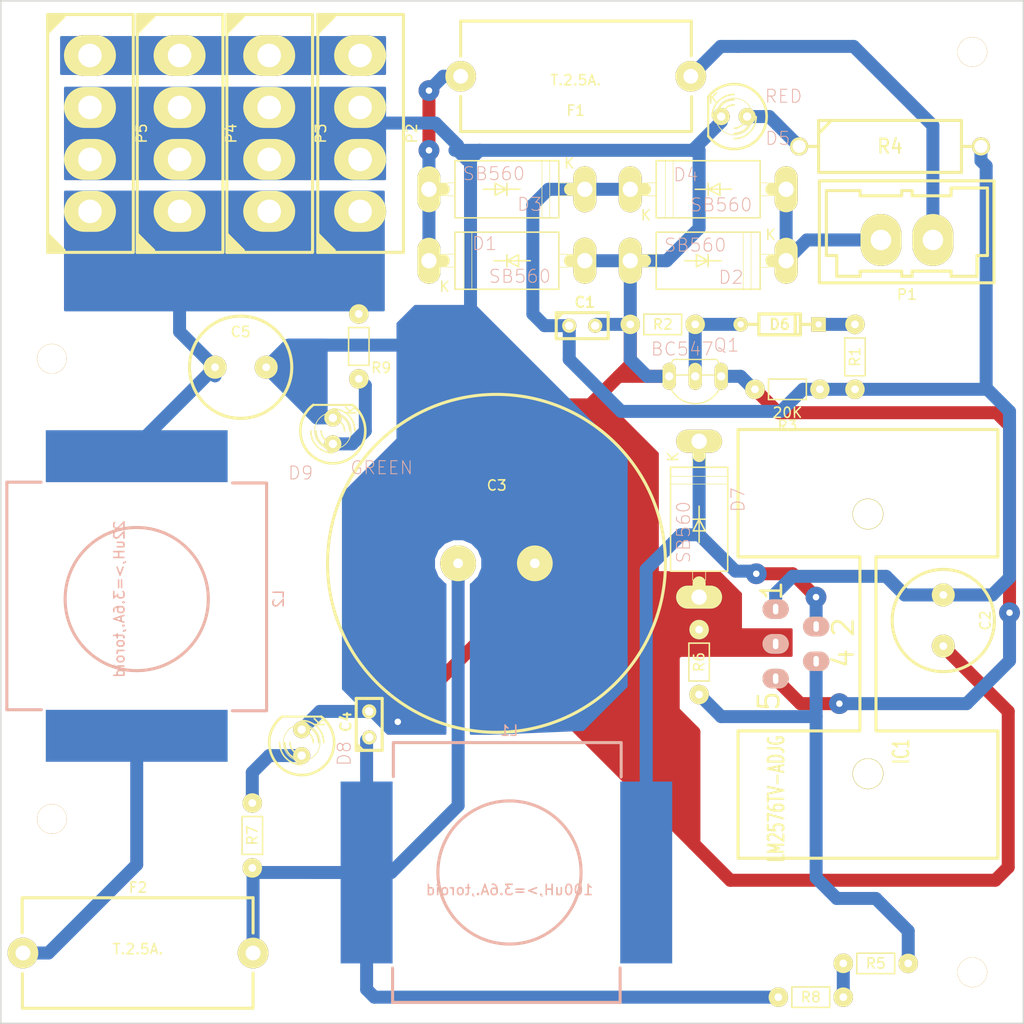
<source format=kicad_pcb>
(kicad_pcb (version 3) (host pcbnew "(2013-jul-07)-stable")

  (general
    (links 62)
    (no_connects 0)
    (area 44.924999 23.1258 148.662333 125.543)
    (thickness 1.6)
    (drawings 4)
    (tracks 189)
    (zones 0)
    (modules 38)
    (nets 19)
  )

  (page A3)
  (layers
    (15 F.Cu signal)
    (0 B.Cu signal)
    (20 B.SilkS user)
    (21 F.SilkS user)
    (22 B.Mask user)
    (23 F.Mask user)
    (24 Dwgs.User user)
    (25 Cmts.User user)
    (26 Eco1.User user)
    (28 Edge.Cuts user)
  )

  (setup
    (last_trace_width 1.27)
    (trace_clearance 0.254)
    (zone_clearance 0.508)
    (zone_45_only yes)
    (trace_min 0.254)
    (segment_width 0.2)
    (edge_width 0.15)
    (via_size 2.032)
    (via_drill 0.635)
    (via_min_size 0.889)
    (via_min_drill 0.508)
    (uvia_size 0.508)
    (uvia_drill 0.127)
    (uvias_allowed no)
    (uvia_min_size 0.508)
    (uvia_min_drill 0.127)
    (pcb_text_width 0.3)
    (pcb_text_size 1 1)
    (mod_edge_width 0.3)
    (mod_text_size 1 1)
    (mod_text_width 0.15)
    (pad_size 2.9 2.9)
    (pad_drill 2.85)
    (pad_to_mask_clearance 0.254)
    (solder_mask_min_width 0.254)
    (aux_axis_origin 0 0)
    (visible_elements FFFFFFBF)
    (pcbplotparams
      (layerselection 3178497)
      (usegerberextensions true)
      (excludeedgelayer true)
      (linewidth 0.150000)
      (plotframeref false)
      (viasonmask false)
      (mode 1)
      (useauxorigin false)
      (hpglpennumber 1)
      (hpglpenspeed 20)
      (hpglpendiameter 15)
      (hpglpenoverlay 2)
      (psnegative false)
      (psa4output false)
      (plotreference true)
      (plotvalue true)
      (plotothertext true)
      (plotinvisibletext false)
      (padsonsilk false)
      (subtractmaskfromsilk false)
      (outputformat 1)
      (mirror false)
      (drillshape 0)
      (scaleselection 1)
      (outputdirectory ""))
  )

  (net 0 "")
  (net 1 +5V)
  (net 2 GND)
  (net 3 N-000001)
  (net 4 N-0000010)
  (net 5 N-0000011)
  (net 6 N-0000012)
  (net 7 N-0000013)
  (net 8 N-0000015)
  (net 9 N-0000016)
  (net 10 N-0000017)
  (net 11 N-000002)
  (net 12 N-000003)
  (net 13 N-000004)
  (net 14 N-000005)
  (net 15 N-000006)
  (net 16 N-000007)
  (net 17 N-000008)
  (net 18 N-000009)

  (net_class Default "This is the default net class."
    (clearance 0.254)
    (trace_width 1.27)
    (via_dia 2.032)
    (via_drill 0.635)
    (uvia_dia 0.508)
    (uvia_drill 0.127)
    (add_net "")
    (add_net +5V)
    (add_net GND)
    (add_net N-000001)
    (add_net N-0000010)
    (add_net N-0000011)
    (add_net N-0000012)
    (add_net N-0000013)
    (add_net N-0000015)
    (add_net N-0000016)
    (add_net N-0000017)
    (add_net N-000002)
    (add_net N-000003)
    (add_net N-000004)
    (add_net N-000005)
    (add_net N-000006)
    (add_net N-000007)
    (add_net N-000008)
    (add_net N-000009)
  )

  (module capacitor_multicomp_GPR_1000uF   locked   placed (layer F.Cu) (tedit 54E6B63D) (tstamp 54E6777E)
    (at 93.472 80.01)
    (path /54A8EBD0)
    (fp_text reference C3 (at 0.0254 -7.62) (layer F.SilkS)
      (effects (font (size 1 1) (thickness 0.15)))
    )
    (fp_text value 1000uF,25V.,low-ESR (at 0 7.2644) (layer F.SilkS) hide
      (effects (font (size 1 1) (thickness 0.15)))
    )
    (fp_circle (center 0 0) (end -0.8382 -16.5) (layer F.SilkS) (width 0.3))
    (pad 1 thru_hole circle (at -3.75 0) (size 3.5 3.5) (drill 0.95)
      (layers *.Cu *.Mask F.SilkS)
      (net 10 N-0000017)
    )
    (pad 2 thru_hole circle (at 3.75 0) (size 3.5 3.5) (drill 0.95)
      (layers *.Cu *.Mask F.SilkS)
      (net 2 GND)
    )
  )

  (module resistor_250milliwatt-TE_Connectivity_LR0204   locked   placed (layer F.Cu) (tedit 54E6B48D) (tstamp 54E675AF)
    (at 80.01 58.801 90)
    (path /54AA7CE8)
    (fp_text reference R9 (at -2.0828 2.1844 180) (layer F.SilkS)
      (effects (font (size 1 1) (thickness 0.15)))
    )
    (fp_text value 270R (at 0 -2.286 90) (layer F.SilkS) hide
      (effects (font (size 1 1) (thickness 0.15)))
    )
    (fp_line (start -1.85 1) (end 1.85 1) (layer F.SilkS) (width 0.15))
    (fp_line (start -1.85 -1) (end 1.85 -1) (layer F.SilkS) (width 0.15))
    (fp_line (start 1.85 -1) (end 1.85 1) (layer F.SilkS) (width 0.15))
    (fp_line (start -1.85 -1) (end -1.85 1) (layer F.SilkS) (width 0.15))
    (pad 1 thru_hole circle (at -3.175 0 90) (size 1.905 1.905) (drill 0.75)
      (layers *.Cu *.Mask F.SilkS)
      (net 7 N-0000013)
    )
    (pad 2 thru_hole circle (at 3.175 0 90) (size 1.905 1.905) (drill 0.75)
      (layers *.Cu *.Mask F.SilkS)
      (net 1 +5V)
    )
  )

  (module capacitor_panasonic_fr_a_100uf   placed (layer F.Cu) (tedit 54E6B45D) (tstamp 54E67770)
    (at 68.453 60.833)
    (path /54ADE29D)
    (fp_text reference C5 (at 0 -3.4544) (layer F.SilkS)
      (effects (font (size 1 1) (thickness 0.15)))
    )
    (fp_text value 100uF,25V.,low-ESR (at 0 -7.6708) (layer F.SilkS) hide
      (effects (font (size 1 1) (thickness 0.15)))
    )
    (fp_circle (center 0 0) (end 0 -5) (layer F.SilkS) (width 0.3))
    (pad 1 thru_hole circle (at -2.5 0) (size 2.25 2.25) (drill 0.75)
      (layers *.Cu *.Mask F.SilkS)
      (net 1 +5V)
    )
    (pad 2 thru_hole circle (at 2.5 0) (size 2.25 2.25) (drill 0.75)
      (layers *.Cu *.Mask F.SilkS)
      (net 2 GND)
    )
  )

  (module led5mm-LED5MM   locked   placed (layer F.Cu) (tedit 54E6A204) (tstamp 54E6766A)
    (at 77.47 67.056 90)
    (descr LED)
    (tags LED)
    (path /54AA7EA2)
    (attr virtual)
    (fp_text reference D9 (at -4.1148 -3.1496 180) (layer B.SilkS)
      (effects (font (size 1.27 1.27) (thickness 0.0889)))
    )
    (fp_text value GREEN (at -3.6068 4.7752 180) (layer B.SilkS)
      (effects (font (size 1.27 1.27) (thickness 0.0889)))
    )
    (fp_text user K (at 2.032 1.778 90) (layer F.SilkS)
      (effects (font (size 1 1) (thickness 0.15)))
    )
    (fp_line (start 2.54 1.905) (end 2.54 -1.905) (layer F.SilkS) (width 0.2032))
    (fp_circle (center 0 0) (end -1.27 1.27) (layer F.SilkS) (width 0.0762))
    (fp_arc (start 0 0) (end 2.54 1.905) (angle 286.2) (layer F.SilkS) (width 0.254))
    (fp_arc (start 0 0) (end -1.143 0) (angle 90) (layer F.SilkS) (width 0.1524))
    (fp_arc (start 0 0) (end 1.143 0) (angle 90) (layer F.SilkS) (width 0.1524))
    (fp_arc (start 0 0) (end -1.651 0) (angle 90) (layer F.SilkS) (width 0.1524))
    (fp_arc (start 0 0) (end 1.651 0) (angle 90) (layer F.SilkS) (width 0.1524))
    (fp_arc (start 0 0) (end -2.159 0) (angle 90) (layer F.SilkS) (width 0.1524))
    (fp_arc (start 0 0) (end 2.159 0) (angle 90) (layer F.SilkS) (width 0.1524))
    (pad 1 thru_hole circle (at -1.27 0 90) (size 1.6764 1.6764) (drill 0.8128)
      (layers *.Cu F.SilkS F.Mask)
      (net 7 N-0000013)
    )
    (pad 2 thru_hole circle (at 1.27 0 90) (size 1.6764 1.6764) (drill 0.8128)
      (layers *.Cu F.SilkS F.Mask)
      (net 2 GND)
    )
  )

  (module led5mm-LED5MM   placed (layer F.Cu) (tedit 54E69D7F) (tstamp 54E6768A)
    (at 116.713 36.322 180)
    (descr LED)
    (tags LED)
    (path /54AA9565)
    (attr virtual)
    (fp_text reference D5 (at -4.2672 -2.1336 180) (layer B.SilkS)
      (effects (font (size 1.27 1.27) (thickness 0.0889)))
    )
    (fp_text value RED (at -4.826 1.9812 180) (layer B.SilkS)
      (effects (font (size 1.27 1.27) (thickness 0.0889)))
    )
    (fp_text user K (at 2.032 1.778 180) (layer F.SilkS)
      (effects (font (size 1 1) (thickness 0.15)))
    )
    (fp_line (start 2.54 1.905) (end 2.54 -1.905) (layer F.SilkS) (width 0.2032))
    (fp_circle (center 0 0) (end -1.27 1.27) (layer F.SilkS) (width 0.0762))
    (fp_arc (start 0 0) (end 2.54 1.905) (angle 286.2) (layer F.SilkS) (width 0.254))
    (fp_arc (start 0 0) (end -1.143 0) (angle 90) (layer F.SilkS) (width 0.1524))
    (fp_arc (start 0 0) (end 1.143 0) (angle 90) (layer F.SilkS) (width 0.1524))
    (fp_arc (start 0 0) (end -1.651 0) (angle 90) (layer F.SilkS) (width 0.1524))
    (fp_arc (start 0 0) (end 1.651 0) (angle 90) (layer F.SilkS) (width 0.1524))
    (fp_arc (start 0 0) (end -2.159 0) (angle 90) (layer F.SilkS) (width 0.1524))
    (fp_arc (start 0 0) (end 2.159 0) (angle 90) (layer F.SilkS) (width 0.1524))
    (pad 1 thru_hole circle (at -1.27 0 180) (size 1.6764 1.6764) (drill 0.8128)
      (layers *.Cu F.SilkS F.Mask)
      (net 14 N-000005)
    )
    (pad 2 thru_hole circle (at 1.27 0 180) (size 1.6764 1.6764) (drill 0.8128)
      (layers *.Cu F.SilkS F.Mask)
      (net 2 GND)
    )
  )

  (module fuse_holder_5mm_x_20mm_schurter   placed (layer F.Cu) (tedit 54E69D54) (tstamp 54E676BC)
    (at 101.219 32.385 180)
    (path /54A8F7D2)
    (fp_text reference F1 (at 0 -3.3528 180) (layer F.SilkS)
      (effects (font (size 1 1) (thickness 0.15)))
    )
    (fp_text value T.2.5A. (at 0 -0.381 180) (layer F.SilkS)
      (effects (font (size 1 1) (thickness 0.15)))
    )
    (fp_line (start 11.2522 5.3848) (end 11.2522 1.9558) (layer F.SilkS) (width 0.3))
    (fp_line (start 11.2522 -5.4102) (end 11.2522 -1.9558) (layer F.SilkS) (width 0.3))
    (fp_line (start -11.303 5.4102) (end -11.303 2.0066) (layer F.SilkS) (width 0.3))
    (fp_line (start -11.3284 -5.3848) (end -11.3284 -1.9812) (layer F.SilkS) (width 0.3))
    (fp_line (start -11.25 5.4) (end 11.25 5.4) (layer F.SilkS) (width 0.3))
    (fp_line (start -11.25 -5.4) (end 11.25 -5.4) (layer F.SilkS) (width 0.3))
    (pad 1 thru_hole circle (at -11.25 0 180) (size 3 3) (drill 1.45)
      (layers *.Cu *.Mask F.SilkS)
      (net 12 N-000003)
    )
    (pad 2 thru_hole circle (at 11.25 0 180) (size 3 3) (drill 1.45)
      (layers *.Cu *.Mask F.SilkS)
      (net 15 N-000006)
    )
  )

  (module do201-15-DO201-15   locked   placed (layer F.Cu) (tedit 54E69D38) (tstamp 54E6771C)
    (at 94.488 43.434 180)
    (descr DIODE)
    (tags DIODE)
    (path /54AB9E63)
    (attr virtual)
    (fp_text reference D3 (at -2.2352 -1.4732 180) (layer B.SilkS)
      (effects (font (size 1.27 1.27) (thickness 0.0889)))
    )
    (fp_text value SB560 (at 1.27 1.524 180) (layer B.SilkS)
      (effects (font (size 1.27 1.27) (thickness 0.0889)))
    )
    (fp_text user K (at -6.096 2.54 180) (layer F.SilkS)
      (effects (font (size 1 1) (thickness 0.15)))
    )
    (fp_line (start -4.191 2.794) (end -3.429 2.794) (layer F.SilkS) (width 0.06604))
    (fp_line (start -3.429 2.794) (end -3.429 -2.794) (layer F.SilkS) (width 0.06604))
    (fp_line (start -4.191 -2.794) (end -3.429 -2.794) (layer F.SilkS) (width 0.06604))
    (fp_line (start -4.191 2.794) (end -4.191 -2.794) (layer F.SilkS) (width 0.06604))
    (fp_line (start -5.969 0.635) (end -5.08 0.635) (layer F.SilkS) (width 0.06604))
    (fp_line (start -5.08 0.635) (end -5.08 -0.635) (layer F.SilkS) (width 0.06604))
    (fp_line (start -5.969 -0.635) (end -5.08 -0.635) (layer F.SilkS) (width 0.06604))
    (fp_line (start -5.969 0.635) (end -5.969 -0.635) (layer F.SilkS) (width 0.06604))
    (fp_line (start 5.08 0.635) (end 5.969 0.635) (layer F.SilkS) (width 0.06604))
    (fp_line (start 5.969 0.635) (end 5.969 -0.635) (layer F.SilkS) (width 0.06604))
    (fp_line (start 5.08 -0.635) (end 5.969 -0.635) (layer F.SilkS) (width 0.06604))
    (fp_line (start 5.08 0.635) (end 5.08 -0.635) (layer F.SilkS) (width 0.06604))
    (fp_line (start -1.27 0) (end 0 0) (layer F.SilkS) (width 0.1524))
    (fp_line (start 0 -0.5842) (end 0 0) (layer F.SilkS) (width 0.1524))
    (fp_line (start 0 0) (end 1.143 -0.5842) (layer F.SilkS) (width 0.1524))
    (fp_line (start 1.143 -0.5842) (end 1.143 0.5842) (layer F.SilkS) (width 0.1524))
    (fp_line (start 1.143 0.5842) (end 0 0) (layer F.SilkS) (width 0.1524))
    (fp_line (start 0 0) (end 2.286 0) (layer F.SilkS) (width 0.1524))
    (fp_line (start 0 0) (end 0 0.5842) (layer F.SilkS) (width 0.1524))
    (fp_line (start -5.08 2.794) (end -5.08 -2.794) (layer F.SilkS) (width 0.1524))
    (fp_line (start 5.08 -2.794) (end 5.08 2.794) (layer F.SilkS) (width 0.1524))
    (fp_line (start -5.08 -2.794) (end 5.08 -2.794) (layer F.SilkS) (width 0.1524))
    (fp_line (start 5.08 2.794) (end -5.08 2.794) (layer F.SilkS) (width 0.1524))
    (fp_line (start 7.62 0) (end 6.223 0) (layer F.SilkS) (width 1.27))
    (fp_line (start -7.62 0) (end -6.223 0) (layer F.SilkS) (width 1.27))
    (pad 1 thru_hole oval (at 7.62 0 180) (size 2.2479 4.4958) (drill 1.4986)
      (layers *.Cu F.SilkS F.Mask)
      (net 15 N-000006)
    )
    (pad 2 thru_hole oval (at -7.62 0 180) (size 2.2479 4.4958) (drill 1.4986)
      (layers *.Cu F.SilkS F.Mask)
      (net 18 N-000009)
    )
  )

  (module do201-15-DO201-15   locked   placed (layer F.Cu) (tedit 54E69CC8) (tstamp 54E6773C)
    (at 94.488 50.419)
    (descr DIODE)
    (tags DIODE)
    (path /54AB9E51)
    (attr virtual)
    (fp_text reference D1 (at -2.1844 -1.6764) (layer B.SilkS)
      (effects (font (size 1.27 1.27) (thickness 0.0889)))
    )
    (fp_text value SB560 (at 1.27 1.524) (layer B.SilkS)
      (effects (font (size 1.27 1.27) (thickness 0.0889)))
    )
    (fp_text user K (at -6.096 2.54) (layer F.SilkS)
      (effects (font (size 1 1) (thickness 0.15)))
    )
    (fp_line (start -4.191 2.794) (end -3.429 2.794) (layer F.SilkS) (width 0.06604))
    (fp_line (start -3.429 2.794) (end -3.429 -2.794) (layer F.SilkS) (width 0.06604))
    (fp_line (start -4.191 -2.794) (end -3.429 -2.794) (layer F.SilkS) (width 0.06604))
    (fp_line (start -4.191 2.794) (end -4.191 -2.794) (layer F.SilkS) (width 0.06604))
    (fp_line (start -5.969 0.635) (end -5.08 0.635) (layer F.SilkS) (width 0.06604))
    (fp_line (start -5.08 0.635) (end -5.08 -0.635) (layer F.SilkS) (width 0.06604))
    (fp_line (start -5.969 -0.635) (end -5.08 -0.635) (layer F.SilkS) (width 0.06604))
    (fp_line (start -5.969 0.635) (end -5.969 -0.635) (layer F.SilkS) (width 0.06604))
    (fp_line (start 5.08 0.635) (end 5.969 0.635) (layer F.SilkS) (width 0.06604))
    (fp_line (start 5.969 0.635) (end 5.969 -0.635) (layer F.SilkS) (width 0.06604))
    (fp_line (start 5.08 -0.635) (end 5.969 -0.635) (layer F.SilkS) (width 0.06604))
    (fp_line (start 5.08 0.635) (end 5.08 -0.635) (layer F.SilkS) (width 0.06604))
    (fp_line (start -1.27 0) (end 0 0) (layer F.SilkS) (width 0.1524))
    (fp_line (start 0 -0.5842) (end 0 0) (layer F.SilkS) (width 0.1524))
    (fp_line (start 0 0) (end 1.143 -0.5842) (layer F.SilkS) (width 0.1524))
    (fp_line (start 1.143 -0.5842) (end 1.143 0.5842) (layer F.SilkS) (width 0.1524))
    (fp_line (start 1.143 0.5842) (end 0 0) (layer F.SilkS) (width 0.1524))
    (fp_line (start 0 0) (end 2.286 0) (layer F.SilkS) (width 0.1524))
    (fp_line (start 0 0) (end 0 0.5842) (layer F.SilkS) (width 0.1524))
    (fp_line (start -5.08 2.794) (end -5.08 -2.794) (layer F.SilkS) (width 0.1524))
    (fp_line (start 5.08 -2.794) (end 5.08 2.794) (layer F.SilkS) (width 0.1524))
    (fp_line (start -5.08 -2.794) (end 5.08 -2.794) (layer F.SilkS) (width 0.1524))
    (fp_line (start 5.08 2.794) (end -5.08 2.794) (layer F.SilkS) (width 0.1524))
    (fp_line (start 7.62 0) (end 6.223 0) (layer F.SilkS) (width 1.27))
    (fp_line (start -7.62 0) (end -6.223 0) (layer F.SilkS) (width 1.27))
    (pad 1 thru_hole oval (at 7.62 0) (size 2.2479 4.4958) (drill 1.4986)
      (layers *.Cu F.SilkS F.Mask)
      (net 2 GND)
    )
    (pad 2 thru_hole oval (at -7.62 0) (size 2.2479 4.4958) (drill 1.4986)
      (layers *.Cu F.SilkS F.Mask)
      (net 15 N-000006)
    )
  )

  (module do201-15-DO201-15   locked   placed (layer F.Cu) (tedit 54E69CB3) (tstamp 54E676FC)
    (at 114.173 50.419 180)
    (descr DIODE)
    (tags DIODE)
    (path /54AB9E5D)
    (attr virtual)
    (fp_text reference D2 (at -2.2352 -1.6256 180) (layer B.SilkS)
      (effects (font (size 1.27 1.27) (thickness 0.0889)))
    )
    (fp_text value SB560 (at 1.27 1.524 180) (layer B.SilkS)
      (effects (font (size 1.27 1.27) (thickness 0.0889)))
    )
    (fp_text user K (at -6.096 2.54 180) (layer F.SilkS)
      (effects (font (size 1 1) (thickness 0.15)))
    )
    (fp_line (start -4.191 2.794) (end -3.429 2.794) (layer F.SilkS) (width 0.06604))
    (fp_line (start -3.429 2.794) (end -3.429 -2.794) (layer F.SilkS) (width 0.06604))
    (fp_line (start -4.191 -2.794) (end -3.429 -2.794) (layer F.SilkS) (width 0.06604))
    (fp_line (start -4.191 2.794) (end -4.191 -2.794) (layer F.SilkS) (width 0.06604))
    (fp_line (start -5.969 0.635) (end -5.08 0.635) (layer F.SilkS) (width 0.06604))
    (fp_line (start -5.08 0.635) (end -5.08 -0.635) (layer F.SilkS) (width 0.06604))
    (fp_line (start -5.969 -0.635) (end -5.08 -0.635) (layer F.SilkS) (width 0.06604))
    (fp_line (start -5.969 0.635) (end -5.969 -0.635) (layer F.SilkS) (width 0.06604))
    (fp_line (start 5.08 0.635) (end 5.969 0.635) (layer F.SilkS) (width 0.06604))
    (fp_line (start 5.969 0.635) (end 5.969 -0.635) (layer F.SilkS) (width 0.06604))
    (fp_line (start 5.08 -0.635) (end 5.969 -0.635) (layer F.SilkS) (width 0.06604))
    (fp_line (start 5.08 0.635) (end 5.08 -0.635) (layer F.SilkS) (width 0.06604))
    (fp_line (start -1.27 0) (end 0 0) (layer F.SilkS) (width 0.1524))
    (fp_line (start 0 -0.5842) (end 0 0) (layer F.SilkS) (width 0.1524))
    (fp_line (start 0 0) (end 1.143 -0.5842) (layer F.SilkS) (width 0.1524))
    (fp_line (start 1.143 -0.5842) (end 1.143 0.5842) (layer F.SilkS) (width 0.1524))
    (fp_line (start 1.143 0.5842) (end 0 0) (layer F.SilkS) (width 0.1524))
    (fp_line (start 0 0) (end 2.286 0) (layer F.SilkS) (width 0.1524))
    (fp_line (start 0 0) (end 0 0.5842) (layer F.SilkS) (width 0.1524))
    (fp_line (start -5.08 2.794) (end -5.08 -2.794) (layer F.SilkS) (width 0.1524))
    (fp_line (start 5.08 -2.794) (end 5.08 2.794) (layer F.SilkS) (width 0.1524))
    (fp_line (start -5.08 -2.794) (end 5.08 -2.794) (layer F.SilkS) (width 0.1524))
    (fp_line (start 5.08 2.794) (end -5.08 2.794) (layer F.SilkS) (width 0.1524))
    (fp_line (start 7.62 0) (end 6.223 0) (layer F.SilkS) (width 1.27))
    (fp_line (start -7.62 0) (end -6.223 0) (layer F.SilkS) (width 1.27))
    (pad 1 thru_hole oval (at 7.62 0 180) (size 2.2479 4.4958) (drill 1.4986)
      (layers *.Cu F.SilkS F.Mask)
      (net 2 GND)
    )
    (pad 2 thru_hole oval (at -7.62 0 180) (size 2.2479 4.4958) (drill 1.4986)
      (layers *.Cu F.SilkS F.Mask)
      (net 16 N-000007)
    )
  )

  (module do201-15-DO201-15   locked   placed (layer F.Cu) (tedit 54E69CA6) (tstamp 54E676DC)
    (at 114.173 43.434)
    (descr DIODE)
    (tags DIODE)
    (path /54AB9E57)
    (attr virtual)
    (fp_text reference D4 (at -2.1844 -1.4224) (layer B.SilkS)
      (effects (font (size 1.27 1.27) (thickness 0.0889)))
    )
    (fp_text value SB560 (at 1.27 1.524) (layer B.SilkS)
      (effects (font (size 1.27 1.27) (thickness 0.0889)))
    )
    (fp_text user K (at -6.096 2.54) (layer F.SilkS)
      (effects (font (size 1 1) (thickness 0.15)))
    )
    (fp_line (start -4.191 2.794) (end -3.429 2.794) (layer F.SilkS) (width 0.06604))
    (fp_line (start -3.429 2.794) (end -3.429 -2.794) (layer F.SilkS) (width 0.06604))
    (fp_line (start -4.191 -2.794) (end -3.429 -2.794) (layer F.SilkS) (width 0.06604))
    (fp_line (start -4.191 2.794) (end -4.191 -2.794) (layer F.SilkS) (width 0.06604))
    (fp_line (start -5.969 0.635) (end -5.08 0.635) (layer F.SilkS) (width 0.06604))
    (fp_line (start -5.08 0.635) (end -5.08 -0.635) (layer F.SilkS) (width 0.06604))
    (fp_line (start -5.969 -0.635) (end -5.08 -0.635) (layer F.SilkS) (width 0.06604))
    (fp_line (start -5.969 0.635) (end -5.969 -0.635) (layer F.SilkS) (width 0.06604))
    (fp_line (start 5.08 0.635) (end 5.969 0.635) (layer F.SilkS) (width 0.06604))
    (fp_line (start 5.969 0.635) (end 5.969 -0.635) (layer F.SilkS) (width 0.06604))
    (fp_line (start 5.08 -0.635) (end 5.969 -0.635) (layer F.SilkS) (width 0.06604))
    (fp_line (start 5.08 0.635) (end 5.08 -0.635) (layer F.SilkS) (width 0.06604))
    (fp_line (start -1.27 0) (end 0 0) (layer F.SilkS) (width 0.1524))
    (fp_line (start 0 -0.5842) (end 0 0) (layer F.SilkS) (width 0.1524))
    (fp_line (start 0 0) (end 1.143 -0.5842) (layer F.SilkS) (width 0.1524))
    (fp_line (start 1.143 -0.5842) (end 1.143 0.5842) (layer F.SilkS) (width 0.1524))
    (fp_line (start 1.143 0.5842) (end 0 0) (layer F.SilkS) (width 0.1524))
    (fp_line (start 0 0) (end 2.286 0) (layer F.SilkS) (width 0.1524))
    (fp_line (start 0 0) (end 0 0.5842) (layer F.SilkS) (width 0.1524))
    (fp_line (start -5.08 2.794) (end -5.08 -2.794) (layer F.SilkS) (width 0.1524))
    (fp_line (start 5.08 -2.794) (end 5.08 2.794) (layer F.SilkS) (width 0.1524))
    (fp_line (start -5.08 -2.794) (end 5.08 -2.794) (layer F.SilkS) (width 0.1524))
    (fp_line (start 5.08 2.794) (end -5.08 2.794) (layer F.SilkS) (width 0.1524))
    (fp_line (start 7.62 0) (end 6.223 0) (layer F.SilkS) (width 1.27))
    (fp_line (start -7.62 0) (end -6.223 0) (layer F.SilkS) (width 1.27))
    (pad 1 thru_hole oval (at 7.62 0) (size 2.2479 4.4958) (drill 1.4986)
      (layers *.Cu F.SilkS F.Mask)
      (net 16 N-000007)
    )
    (pad 2 thru_hole oval (at -7.62 0) (size 2.2479 4.4958) (drill 1.4986)
      (layers *.Cu F.SilkS F.Mask)
      (net 18 N-000009)
    )
  )

  (module R7   locked   placed (layer F.Cu) (tedit 54E69C89) (tstamp 54E675D3)
    (at 131.953 39.243)
    (descr "Resitance 7 pas")
    (tags R)
    (path /54AA955F)
    (autoplace_cost180 10)
    (fp_text reference R4 (at 0 0) (layer F.SilkS)
      (effects (font (size 1.397 1.27) (thickness 0.2032)))
    )
    (fp_text value 1K8,>=1_W. (at -0.508 -1.016) (layer F.SilkS) hide
      (effects (font (size 1.397 1.27) (thickness 0.2032)))
    )
    (fp_line (start -8.89 0) (end -8.89 0) (layer F.SilkS) (width 0.3048))
    (fp_line (start -8.89 0) (end -8.89 0) (layer F.SilkS) (width 0.3048))
    (fp_line (start 6.985 0) (end 8.89 0) (layer F.SilkS) (width 0.3048))
    (fp_line (start 8.89 0) (end 8.89 0) (layer F.SilkS) (width 0.3048))
    (fp_line (start 6.985 2.54) (end -6.985 2.54) (layer F.SilkS) (width 0.3048))
    (fp_line (start -6.985 -2.54) (end 6.985 -2.54) (layer F.SilkS) (width 0.3048))
    (fp_line (start -6.985 -1.27) (end -5.715 -2.54) (layer F.SilkS) (width 0.3048))
    (fp_line (start 6.985 -2.54) (end 6.985 2.54) (layer F.SilkS) (width 0.3048))
    (fp_line (start -6.985 -2.54) (end -6.985 2.54) (layer F.SilkS) (width 0.3048))
    (fp_line (start -8.89 0) (end -6.985 0) (layer F.SilkS) (width 0.3048))
    (pad 1 thru_hole circle (at -8.89 0) (size 1.778 1.778) (drill 1.27)
      (layers *.Cu *.Mask F.SilkS)
      (net 14 N-000005)
    )
    (pad 2 thru_hole circle (at 8.89 0) (size 1.778 1.778) (drill 1.27)
      (layers *.Cu *.Mask F.SilkS)
      (net 18 N-000009)
    )
    (model discret/resistor.wrl
      (at (xyz 0 0 0))
      (scale (xyz 0.7 0.7 0.7))
      (rotate (xyz 0 0 0))
    )
  )

  (module TE_Connectivity_AMP_350209-1   locked   placed (layer F.Cu) (tedit 54E69C65) (tstamp 54E67573)
    (at 133.604 48.387 180)
    (path /54AA2DF4)
    (fp_text reference P1 (at 0 -5.334 180) (layer F.SilkS)
      (effects (font (size 1 1) (thickness 0.15)))
    )
    (fp_text value CONN_2 (at 0 7.112 180) (layer F.SilkS) hide
      (effects (font (size 1 1) (thickness 0.15)))
    )
    (fp_line (start -6.858 -3.556) (end -6.858 -1.524) (layer F.SilkS) (width 0.3))
    (fp_line (start -6.858 -1.524) (end -7.874 -1.524) (layer F.SilkS) (width 0.3))
    (fp_line (start -7.874 -1.524) (end -7.874 5.08) (layer F.SilkS) (width 0.3))
    (fp_line (start -7.874 5.08) (end -4.318 5.08) (layer F.SilkS) (width 0.3))
    (fp_line (start -4.318 5.08) (end -4.318 4.318) (layer F.SilkS) (width 0.3))
    (fp_line (start -4.318 4.318) (end -0.508 4.318) (layer F.SilkS) (width 0.3))
    (fp_line (start -0.508 4.318) (end -0.508 4.826) (layer F.SilkS) (width 0.3))
    (fp_line (start -0.508 4.826) (end 0.508 4.826) (layer F.SilkS) (width 0.3))
    (fp_line (start 0.508 4.826) (end 0.508 4.318) (layer F.SilkS) (width 0.3))
    (fp_line (start 0.508 4.318) (end 4.572 4.318) (layer F.SilkS) (width 0.3))
    (fp_line (start 4.572 4.318) (end 4.572 4.826) (layer F.SilkS) (width 0.3))
    (fp_line (start 4.572 4.826) (end 7.874 4.826) (layer F.SilkS) (width 0.3))
    (fp_line (start 7.874 4.826) (end 7.874 -1.524) (layer F.SilkS) (width 0.3))
    (fp_line (start 7.874 -1.524) (end 6.858 -1.524) (layer F.SilkS) (width 0.3))
    (fp_line (start 6.858 -1.524) (end 6.858 -3.556) (layer F.SilkS) (width 0.3))
    (fp_line (start 6.858 -3.556) (end 4.572 -3.556) (layer F.SilkS) (width 0.3))
    (fp_line (start 4.572 -3.556) (end 4.572 -3.048) (layer F.SilkS) (width 0.3))
    (fp_line (start 4.572 -3.048) (end 0.508 -3.048) (layer F.SilkS) (width 0.3))
    (fp_line (start 0.508 -3.048) (end 0.508 -3.556) (layer F.SilkS) (width 0.3))
    (fp_line (start 0.508 -3.556) (end -0.508 -3.556) (layer F.SilkS) (width 0.3))
    (fp_line (start -4.318 -3.556) (end -6.858 -3.556) (layer F.SilkS) (width 0.3))
    (fp_line (start -0.508 -3.556) (end -0.508 -3.048) (layer F.SilkS) (width 0.3))
    (fp_line (start -0.508 -3.048) (end -4.318 -3.048) (layer F.SilkS) (width 0.3))
    (fp_line (start -4.318 -3.048) (end -4.318 -3.556) (layer F.SilkS) (width 0.3))
    (fp_line (start 8.56 -4.19) (end 8.56 5.78) (layer F.SilkS) (width 0.3))
    (fp_line (start -8.509 -4.19) (end -8.509 5.78) (layer F.SilkS) (width 0.3))
    (fp_line (start -8.509 5.78) (end 8.509 5.78) (layer F.SilkS) (width 0.3))
    (fp_line (start -8.509 -4.19) (end 8.509 -4.19) (layer F.SilkS) (width 0.3))
    (pad 2 thru_hole oval (at -2.54 0 180) (size 4 5.08) (drill 2)
      (layers *.Cu *.Mask F.SilkS)
      (net 12 N-000003)
    )
    (pad 1 thru_hole oval (at 2.54 0 180) (size 4 5.08) (drill 2)
      (layers *.Cu *.Mask F.SilkS)
      (net 16 N-000007)
    )
  )

  (module to92-TO92   locked   placed (layer F.Cu) (tedit 54E69AE3) (tstamp 54E67551)
    (at 112.903 61.722 180)
    (descr "TO-92 PADS IN LINE  C B E FROM TOP")
    (tags "TO-92 PADS IN LINE  C B E FROM TOP")
    (path /54ADF80F)
    (attr virtual)
    (fp_text reference Q1 (at -3.048 3.048 180) (layer B.SilkS)
      (effects (font (size 1.27 1.27) (thickness 0.0889)))
    )
    (fp_text value BC547 (at 1.27 2.667 180) (layer B.SilkS)
      (effects (font (size 1.27 1.27) (thickness 0.0889)))
    )
    (fp_line (start -2.09296 1.651) (end 2.09296 1.651) (layer F.SilkS) (width 0.127))
    (fp_line (start 1.13538 0.127) (end -1.13538 0.127) (layer F.SilkS) (width 0.127))
    (fp_line (start -1.40208 0.127) (end -2.66192 0.127) (layer F.SilkS) (width 0.127))
    (fp_line (start -1.13538 0.127) (end -1.40208 0.127) (layer F.SilkS) (width 0.127))
    (fp_line (start 2.66192 0.127) (end 1.40208 0.127) (layer F.SilkS) (width 0.127))
    (fp_line (start 1.40208 0.127) (end 1.13538 0.127) (layer F.SilkS) (width 0.127))
    (fp_arc (start 0 0) (end -2.413 -1.13538) (angle 129.5) (layer F.SilkS) (width 0.127))
    (fp_arc (start 0 0) (end -2.66192 0.127) (angle 27.9) (layer F.SilkS) (width 0.127))
    (fp_arc (start 0 0) (end -2.413 1.13538) (angle 22.4) (layer F.SilkS) (width 0.127))
    (fp_arc (start 0 0) (end -2.09296 1.651) (angle 13) (layer F.SilkS) (width 0.127))
    (fp_arc (start 0 0) (end 2.66192 0.127) (angle 22.4) (layer F.SilkS) (width 0.127))
    (fp_arc (start 0 0) (end 2.413 -1.13538) (angle 27.9) (layer F.SilkS) (width 0.127))
    (fp_arc (start 0 0) (end 2.42316 1.10998) (angle 13.6) (layer F.SilkS) (width 0.127))
    (pad 2 thru_hole oval (at 0 0 180) (size 1.3208 2.6416) (drill 0.8128)
      (layers *.Cu F.SilkS F.Mask)
      (net 4 N-0000010)
    )
    (pad 1 thru_hole oval (at -2.54 0 180) (size 1.3208 2.6416) (drill 0.8128)
      (layers *.Cu F.SilkS F.Mask)
      (net 5 N-0000011)
    )
    (pad 3 thru_hole oval (at 2.54 0 180) (size 1.3208 2.6416) (drill 0.8128)
      (layers *.Cu F.SilkS F.Mask)
      (net 2 GND)
    )
  )

  (module resistor_250milliwatt-TE_Connectivity_LR0204   locked   placed (layer F.Cu) (tedit 54E69048) (tstamp 54E67591)
    (at 128.524 59.817 270)
    (path /54ADF4E2)
    (fp_text reference R1 (at 0 0 270) (layer F.SilkS)
      (effects (font (size 1 1) (thickness 0.15)))
    )
    (fp_text value 20K (at 0 -2.286 270) (layer F.SilkS) hide
      (effects (font (size 1 1) (thickness 0.15)))
    )
    (fp_line (start -1.85 1) (end 1.85 1) (layer F.SilkS) (width 0.15))
    (fp_line (start -1.85 -1) (end 1.85 -1) (layer F.SilkS) (width 0.15))
    (fp_line (start 1.85 -1) (end 1.85 1) (layer F.SilkS) (width 0.15))
    (fp_line (start -1.85 -1) (end -1.85 1) (layer F.SilkS) (width 0.15))
    (pad 1 thru_hole circle (at -3.175 0 270) (size 1.905 1.905) (drill 0.75)
      (layers *.Cu *.Mask F.SilkS)
      (net 17 N-000008)
    )
    (pad 2 thru_hole circle (at 3.175 0 270) (size 1.905 1.905) (drill 0.75)
      (layers *.Cu *.Mask F.SilkS)
      (net 18 N-000009)
    )
  )

  (module led5mm-LED5MM   locked   placed (layer F.Cu) (tedit 54E6892A) (tstamp 54E6767A)
    (at 74.422 97.536 90)
    (descr LED)
    (tags LED)
    (path /54AA8A10)
    (attr virtual)
    (fp_text reference D8 (at -1.0668 4.1656 90) (layer B.SilkS)
      (effects (font (size 1.27 1.27) (thickness 0.0889)))
    )
    (fp_text value YELLOW (at -3.81 0 180) (layer B.SilkS) hide
      (effects (font (size 1.27 1.27) (thickness 0.0889)))
    )
    (fp_text user K (at 2.032 1.778 90) (layer F.SilkS)
      (effects (font (size 1 1) (thickness 0.15)))
    )
    (fp_line (start 2.54 1.905) (end 2.54 -1.905) (layer F.SilkS) (width 0.2032))
    (fp_circle (center 0 0) (end -1.27 1.27) (layer F.SilkS) (width 0.0762))
    (fp_arc (start 0 0) (end 2.54 1.905) (angle 286.2) (layer F.SilkS) (width 0.254))
    (fp_arc (start 0 0) (end -1.143 0) (angle 90) (layer F.SilkS) (width 0.1524))
    (fp_arc (start 0 0) (end 1.143 0) (angle 90) (layer F.SilkS) (width 0.1524))
    (fp_arc (start 0 0) (end -1.651 0) (angle 90) (layer F.SilkS) (width 0.1524))
    (fp_arc (start 0 0) (end 1.651 0) (angle 90) (layer F.SilkS) (width 0.1524))
    (fp_arc (start 0 0) (end -2.159 0) (angle 90) (layer F.SilkS) (width 0.1524))
    (fp_arc (start 0 0) (end 2.159 0) (angle 90) (layer F.SilkS) (width 0.1524))
    (pad 1 thru_hole circle (at -1.27 0 90) (size 1.6764 1.6764) (drill 0.8128)
      (layers *.Cu F.SilkS F.Mask)
      (net 6 N-0000012)
    )
    (pad 2 thru_hole circle (at 1.27 0 90) (size 1.6764 1.6764) (drill 0.8128)
      (layers *.Cu F.SilkS F.Mask)
      (net 2 GND)
    )
  )

  (module resistor_250milliwatt-TE_Connectivity_LR0204   locked   placed (layer F.Cu) (tedit 54E686D2) (tstamp 54E6757D)
    (at 124.206 122.428 180)
    (path /54DBCE60)
    (fp_text reference R8 (at 0 0 180) (layer F.SilkS)
      (effects (font (size 1 1) (thickness 0.15)))
    )
    (fp_text value 196R;0.1% (at 0 -2.286 180) (layer F.SilkS) hide
      (effects (font (size 1 1) (thickness 0.15)))
    )
    (fp_line (start -1.85 1) (end 1.85 1) (layer F.SilkS) (width 0.15))
    (fp_line (start -1.85 -1) (end 1.85 -1) (layer F.SilkS) (width 0.15))
    (fp_line (start 1.85 -1) (end 1.85 1) (layer F.SilkS) (width 0.15))
    (fp_line (start -1.85 -1) (end -1.85 1) (layer F.SilkS) (width 0.15))
    (pad 1 thru_hole circle (at -3.175 0 180) (size 1.905 1.905) (drill 0.75)
      (layers *.Cu *.Mask F.SilkS)
      (net 3 N-000001)
    )
    (pad 2 thru_hole circle (at 3.175 0 180) (size 1.905 1.905) (drill 0.75)
      (layers *.Cu *.Mask F.SilkS)
      (net 10 N-0000017)
    )
  )

  (module resistor_250milliwatt-TE_Connectivity_LR0204   locked   placed (layer F.Cu) (tedit 54E686BE) (tstamp 54E675C3)
    (at 130.556 119.126)
    (path /54DBCE5A)
    (fp_text reference R5 (at 0 0) (layer F.SilkS)
      (effects (font (size 1 1) (thickness 0.15)))
    )
    (fp_text value 2K87;0.1% (at 0 -2.286) (layer F.SilkS) hide
      (effects (font (size 1 1) (thickness 0.15)))
    )
    (fp_line (start -1.85 1) (end 1.85 1) (layer F.SilkS) (width 0.15))
    (fp_line (start -1.85 -1) (end 1.85 -1) (layer F.SilkS) (width 0.15))
    (fp_line (start 1.85 -1) (end 1.85 1) (layer F.SilkS) (width 0.15))
    (fp_line (start -1.85 -1) (end -1.85 1) (layer F.SilkS) (width 0.15))
    (pad 1 thru_hole circle (at -3.175 0) (size 1.905 1.905) (drill 0.75)
      (layers *.Cu *.Mask F.SilkS)
      (net 3 N-000001)
    )
    (pad 2 thru_hole circle (at 3.175 0) (size 1.905 1.905) (drill 0.75)
      (layers *.Cu *.Mask F.SilkS)
      (net 11 N-000002)
    )
  )

  (module resistor_250milliwatt-TE_Connectivity_LR0204   locked   placed (layer F.Cu) (tedit 54E6869F) (tstamp 54E675B9)
    (at 113.284 89.662 90)
    (path /54DBCCB4)
    (fp_text reference R6 (at 0 0 90) (layer F.SilkS)
      (effects (font (size 1 1) (thickness 0.15)))
    )
    (fp_text value 1K;0.1% (at 0 -2.286 90) (layer F.SilkS) hide
      (effects (font (size 1 1) (thickness 0.15)))
    )
    (fp_line (start -1.85 1) (end 1.85 1) (layer F.SilkS) (width 0.15))
    (fp_line (start -1.85 -1) (end 1.85 -1) (layer F.SilkS) (width 0.15))
    (fp_line (start 1.85 -1) (end 1.85 1) (layer F.SilkS) (width 0.15))
    (fp_line (start -1.85 -1) (end -1.85 1) (layer F.SilkS) (width 0.15))
    (pad 1 thru_hole circle (at -3.175 0 90) (size 1.905 1.905) (drill 0.75)
      (layers *.Cu *.Mask F.SilkS)
      (net 11 N-000002)
    )
    (pad 2 thru_hole circle (at 3.175 0 90) (size 1.905 1.905) (drill 0.75)
      (layers *.Cu *.Mask F.SilkS)
      (net 2 GND)
    )
  )

  (module resistor_250milliwatt-TE_Connectivity_LR0204   locked   placed (layer F.Cu) (tedit 54E68689) (tstamp 54E67587)
    (at 109.728 56.642)
    (path /54ADF4F9)
    (fp_text reference R2 (at 0 0) (layer F.SilkS)
      (effects (font (size 1 1) (thickness 0.15)))
    )
    (fp_text value 10K (at 0 -2.286) (layer F.SilkS) hide
      (effects (font (size 1 1) (thickness 0.15)))
    )
    (fp_line (start -1.85 1) (end 1.85 1) (layer F.SilkS) (width 0.15))
    (fp_line (start -1.85 -1) (end 1.85 -1) (layer F.SilkS) (width 0.15))
    (fp_line (start 1.85 -1) (end 1.85 1) (layer F.SilkS) (width 0.15))
    (fp_line (start -1.85 -1) (end -1.85 1) (layer F.SilkS) (width 0.15))
    (pad 1 thru_hole circle (at -3.175 0) (size 1.905 1.905) (drill 0.75)
      (layers *.Cu *.Mask F.SilkS)
      (net 2 GND)
    )
    (pad 2 thru_hole circle (at 3.175 0) (size 1.905 1.905) (drill 0.75)
      (layers *.Cu *.Mask F.SilkS)
      (net 4 N-0000010)
    )
  )

  (module resistor_250milliwatt-TE_Connectivity_LR0204   placed (layer F.Cu) (tedit 54E685C6) (tstamp 54E675A5)
    (at 69.596 106.6165 270)
    (path /54AA8A16)
    (fp_text reference R7 (at 0 0 270) (layer F.SilkS)
      (effects (font (size 1 1) (thickness 0.15)))
    )
    (fp_text value 270R (at 0 -2.286 270) (layer F.SilkS) hide
      (effects (font (size 1 1) (thickness 0.15)))
    )
    (fp_line (start -1.85 1) (end 1.85 1) (layer F.SilkS) (width 0.15))
    (fp_line (start -1.85 -1) (end 1.85 -1) (layer F.SilkS) (width 0.15))
    (fp_line (start 1.85 -1) (end 1.85 1) (layer F.SilkS) (width 0.15))
    (fp_line (start -1.85 -1) (end -1.85 1) (layer F.SilkS) (width 0.15))
    (pad 1 thru_hole circle (at -3.175 0 270) (size 1.905 1.905) (drill 0.75)
      (layers *.Cu *.Mask F.SilkS)
      (net 6 N-0000012)
    )
    (pad 2 thru_hole circle (at 3.175 0 270) (size 1.905 1.905) (drill 0.75)
      (layers *.Cu *.Mask F.SilkS)
      (net 10 N-0000017)
    )
  )

  (module LM2576_TO-220-5_NDH0005D_HEATSINK   locked   placed (layer F.Cu) (tedit 54E684E6) (tstamp 54E6765A)
    (at 129.794 87.884 270)
    (descr LM2576_TO-220-5_NDH0005D_HEATSINK)
    (tags "TR TO220")
    (path /54AA044D)
    (fp_text reference IC1 (at 10.5156 -3.2512 270) (layer F.SilkS)
      (effects (font (size 1.524 1.016) (thickness 0.2032)))
    )
    (fp_text value LM2576TV-ADJG (at 15.1638 8.9662 270) (layer F.SilkS)
      (effects (font (size 1.524 1.016) (thickness 0.2032)))
    )
    (fp_text user 4 (at 1.4224 2.413 270) (layer F.SilkS)
      (effects (font (size 2 2) (thickness 0.25)))
    )
    (fp_text user 2 (at -1.6256 2.413 270) (layer F.SilkS)
      (effects (font (size 2 2) (thickness 0.25)))
    )
    (fp_text user 5 (at 5.588 9.6774 270) (layer F.SilkS)
      (effects (font (size 2 2) (thickness 0.254)))
    )
    (fp_text user 1 (at -5.207 9.4234 270) (layer F.SilkS)
      (effects (font (size 2 2) (thickness 0.25)))
    )
    (fp_line (start -20.96 12.7) (end -20.96 -12.7) (layer F.SilkS) (width 0.3))
    (fp_line (start -8.51 12.7) (end -20.96 12.7) (layer F.SilkS) (width 0.3))
    (fp_line (start 8.51 12.7) (end 8.51 0.785) (layer F.SilkS) (width 0.3))
    (fp_line (start 20.96 12.7) (end 8.51 12.7) (layer F.SilkS) (width 0.3))
    (fp_line (start 20.96 -12.7) (end 20.96 12.7) (layer F.SilkS) (width 0.3))
    (fp_line (start 8.51 -12.7) (end 20.96 -12.7) (layer F.SilkS) (width 0.3))
    (fp_line (start 8.51 -0.785) (end 8.51 -12.7) (layer F.SilkS) (width 0.3))
    (fp_line (start -8.51 -12.7) (end -20.96 -12.7) (layer F.SilkS) (width 0.3))
    (fp_line (start -8.51 0.785) (end -8.51 12.7) (layer F.SilkS) (width 0.3))
    (fp_line (start -8.51 -0.785) (end -8.51 -12.7) (layer F.SilkS) (width 0.3))
    (fp_line (start -8.51 0.785) (end 8.51 0.785) (layer F.SilkS) (width 0.3))
    (fp_line (start -8.51 -0.785) (end 8.51 -0.785) (layer F.SilkS) (width 0.3))
    (pad 3 thru_hole oval (at 0 9.025 270) (size 1.905 2.56) (drill oval 1.04 0.53)
      (layers *.Cu *.SilkS *.Mask)
      (net 2 GND)
    )
    (pad 1 thru_hole oval (at -3.4 9.025 270) (size 1.905 2.56) (drill oval 1.04 0.53)
      (layers *.Cu *.SilkS *.Mask)
      (net 18 N-000009)
    )
    (pad 5 thru_hole oval (at 3.4 9.025 270) (size 1.905 2.56) (drill oval 1.04 0.53)
      (layers *.Cu *.SilkS *.Mask)
      (net 5 N-0000011)
    )
    (pad 2 thru_hole oval (at -1.7 5.067 270) (size 1.905 2.56) (drill oval 1.04 0.53)
      (layers *.Cu *.SilkS *.Mask)
      (net 9 N-0000016)
    )
    (pad 4 thru_hole oval (at 1.7 5.067 270) (size 1.905 2.56) (drill oval 1.04 0.53)
      (layers *.Cu *.SilkS *.Mask)
      (net 11 N-000002)
    )
    (pad "" np_thru_hole circle (at -12.7 0 270) (size 3 3) (drill 2.85)
      (layers *.Cu *.Mask F.SilkS)
    )
    (pad "" np_thru_hole circle (at 12.7 0 270) (size 3 3) (drill 2.85)
      (layers *.Cu *.Mask F.SilkS)
    )
  )

  (module capacitor_panasonic_fr_a_100uf   locked   placed (layer F.Cu) (tedit 54E684C9) (tstamp 54E67777)
    (at 137.16 85.598 270)
    (path /54A8EBDD)
    (fp_text reference C2 (at 0 -4.1148 270) (layer F.SilkS)
      (effects (font (size 1 1) (thickness 0.15)))
    )
    (fp_text value 100uF,63V.,low-ESR (at 0 -7.6708 270) (layer F.SilkS) hide
      (effects (font (size 1 1) (thickness 0.15)))
    )
    (fp_circle (center 0 0) (end 0 -5) (layer F.SilkS) (width 0.3))
    (pad 1 thru_hole circle (at -2.5 0 270) (size 2.25 2.25) (drill 0.75)
      (layers *.Cu *.Mask F.SilkS)
      (net 18 N-000009)
    )
    (pad 2 thru_hole circle (at 2.5 0 270) (size 2.25 2.25) (drill 0.75)
      (layers *.Cu *.Mask F.SilkS)
      (net 2 GND)
    )
  )

  (module resistor_250milliwatt-TE_Connectivity_LR0204   locked   placed (layer F.Cu) (tedit 54DB7FFE) (tstamp 54E6759B)
    (at 121.92 62.992 180)
    (path /54ADF632)
    (fp_text reference R3 (at 0 -3.556 180) (layer F.SilkS)
      (effects (font (size 1 1) (thickness 0.15)))
    )
    (fp_text value 20K (at 0 -2.286 180) (layer F.SilkS)
      (effects (font (size 1 1) (thickness 0.15)))
    )
    (fp_line (start -1.85 1) (end 1.85 1) (layer F.SilkS) (width 0.15))
    (fp_line (start -1.85 -1) (end 1.85 -1) (layer F.SilkS) (width 0.15))
    (fp_line (start 1.85 -1) (end 1.85 1) (layer F.SilkS) (width 0.15))
    (fp_line (start -1.85 -1) (end -1.85 1) (layer F.SilkS) (width 0.15))
    (pad 1 thru_hole circle (at -3.175 0 180) (size 1.905 1.905) (drill 0.75)
      (layers *.Cu *.Mask F.SilkS)
      (net 18 N-000009)
    )
    (pad 2 thru_hole circle (at 3.175 0 180) (size 1.905 1.905) (drill 0.75)
      (layers *.Cu *.Mask F.SilkS)
      (net 5 N-0000011)
    )
  )

  (module MOLEX-15-24-4449   placed (layer F.Cu) (tedit 54E6809C) (tstamp 54E675EE)
    (at 53.721 37.973 270)
    (path /54CD9DC1)
    (fp_text reference P5 (at 0 -5.0546 270) (layer F.SilkS)
      (effects (font (size 1 1) (thickness 0.15)))
    )
    (fp_text value MOLEX_15-24-4449 (at 13.97 0 270) (layer F.SilkS) hide
      (effects (font (size 1 1) (thickness 0.15)))
    )
    (fp_line (start 10.922 4.064) (end 11.43 3.556) (layer F.SilkS) (width 0.3))
    (fp_line (start 10.668 4.064) (end 11.43 3.302) (layer F.SilkS) (width 0.3))
    (fp_line (start 10.414 4.064) (end 11.43 3.048) (layer F.SilkS) (width 0.3))
    (fp_line (start 10.16 4.064) (end 11.43 2.794) (layer F.SilkS) (width 0.3))
    (fp_line (start -11.176 3.81) (end -10.922 4.064) (layer F.SilkS) (width 0.3))
    (fp_line (start -10.668 4.064) (end -11.43 3.302) (layer F.SilkS) (width 0.3))
    (fp_line (start -11.43 3.302) (end -11.176 4.064) (layer F.SilkS) (width 0.3))
    (fp_line (start -10.414 4.064) (end -11.43 3.048) (layer F.SilkS) (width 0.3))
    (fp_line (start -10.16 4.064) (end -11.43 2.794) (layer F.SilkS) (width 0.3))
    (fp_line (start 9.906 4.064) (end 11.43 2.54) (layer F.SilkS) (width 0.3))
    (fp_line (start 11.43 2.54) (end 11.43 4.064) (layer F.SilkS) (width 0.3))
    (fp_line (start 11.43 4.064) (end 9.906 4.064) (layer F.SilkS) (width 0.3))
    (fp_line (start -9.906 4.064) (end -11.43 2.54) (layer F.SilkS) (width 0.3))
    (fp_line (start -11.43 2.54) (end -11.43 4.064) (layer F.SilkS) (width 0.3))
    (fp_line (start -11.43 4.064) (end -9.906 4.064) (layer F.SilkS) (width 0.3))
    (fp_line (start 11.63 -4.14) (end 11.63 4.14) (layer F.SilkS) (width 0.3))
    (fp_line (start -11.63 -4.14) (end -11.63 4.14) (layer F.SilkS) (width 0.3))
    (fp_line (start -11.63 4.14) (end 11.63 4.14) (layer F.SilkS) (width 0.3))
    (fp_line (start -11.63 -4.24) (end 11.63 -4.24) (layer F.SilkS) (width 0.3))
    (pad 1 thru_hole oval (at -7.62 0 270) (size 4 5.08) (drill 2.3)
      (layers *.Cu *.Mask F.SilkS)
      (net 13 N-000004)
    )
    (pad 2 thru_hole oval (at -2.54 0 270) (size 4 5.08) (drill 2.3)
      (layers *.Cu *.Mask F.SilkS)
      (net 2 GND)
    )
    (pad 3 thru_hole oval (at 2.54 0 270) (size 4 5.08) (drill 2.3)
      (layers *.Cu *.Mask F.SilkS)
      (net 2 GND)
    )
    (pad 4 thru_hole oval (at 7.62 0 270) (size 4 5.08) (drill 2.3)
      (layers *.Cu *.Mask F.SilkS)
      (net 1 +5V)
    )
  )

  (module MOLEX-15-24-4449   placed (layer F.Cu) (tedit 54E680A3) (tstamp 54E67609)
    (at 62.484 37.973 270)
    (path /54CD9DBB)
    (fp_text reference P4 (at 0 -5.0546 270) (layer F.SilkS)
      (effects (font (size 1 1) (thickness 0.15)))
    )
    (fp_text value MOLEX_15-24-4449 (at 13.97 0 270) (layer F.SilkS) hide
      (effects (font (size 1 1) (thickness 0.15)))
    )
    (fp_line (start 10.922 4.064) (end 11.43 3.556) (layer F.SilkS) (width 0.3))
    (fp_line (start 10.668 4.064) (end 11.43 3.302) (layer F.SilkS) (width 0.3))
    (fp_line (start 10.414 4.064) (end 11.43 3.048) (layer F.SilkS) (width 0.3))
    (fp_line (start 10.16 4.064) (end 11.43 2.794) (layer F.SilkS) (width 0.3))
    (fp_line (start -11.176 3.81) (end -10.922 4.064) (layer F.SilkS) (width 0.3))
    (fp_line (start -10.668 4.064) (end -11.43 3.302) (layer F.SilkS) (width 0.3))
    (fp_line (start -11.43 3.302) (end -11.176 4.064) (layer F.SilkS) (width 0.3))
    (fp_line (start -10.414 4.064) (end -11.43 3.048) (layer F.SilkS) (width 0.3))
    (fp_line (start -10.16 4.064) (end -11.43 2.794) (layer F.SilkS) (width 0.3))
    (fp_line (start 9.906 4.064) (end 11.43 2.54) (layer F.SilkS) (width 0.3))
    (fp_line (start 11.43 2.54) (end 11.43 4.064) (layer F.SilkS) (width 0.3))
    (fp_line (start 11.43 4.064) (end 9.906 4.064) (layer F.SilkS) (width 0.3))
    (fp_line (start -9.906 4.064) (end -11.43 2.54) (layer F.SilkS) (width 0.3))
    (fp_line (start -11.43 2.54) (end -11.43 4.064) (layer F.SilkS) (width 0.3))
    (fp_line (start -11.43 4.064) (end -9.906 4.064) (layer F.SilkS) (width 0.3))
    (fp_line (start 11.63 -4.14) (end 11.63 4.14) (layer F.SilkS) (width 0.3))
    (fp_line (start -11.63 -4.14) (end -11.63 4.14) (layer F.SilkS) (width 0.3))
    (fp_line (start -11.63 4.14) (end 11.63 4.14) (layer F.SilkS) (width 0.3))
    (fp_line (start -11.63 -4.24) (end 11.63 -4.24) (layer F.SilkS) (width 0.3))
    (pad 1 thru_hole oval (at -7.62 0 270) (size 4 5.08) (drill 2.3)
      (layers *.Cu *.Mask F.SilkS)
      (net 13 N-000004)
    )
    (pad 2 thru_hole oval (at -2.54 0 270) (size 4 5.08) (drill 2.3)
      (layers *.Cu *.Mask F.SilkS)
      (net 2 GND)
    )
    (pad 3 thru_hole oval (at 2.54 0 270) (size 4 5.08) (drill 2.3)
      (layers *.Cu *.Mask F.SilkS)
      (net 2 GND)
    )
    (pad 4 thru_hole oval (at 7.62 0 270) (size 4 5.08) (drill 2.3)
      (layers *.Cu *.Mask F.SilkS)
      (net 1 +5V)
    )
  )

  (module MOLEX-15-24-4449   placed (layer F.Cu) (tedit 54E680AA) (tstamp 54E67624)
    (at 71.247 37.973 270)
    (path /54CD9DB5)
    (fp_text reference P3 (at 0 -5.0546 270) (layer F.SilkS)
      (effects (font (size 1 1) (thickness 0.15)))
    )
    (fp_text value MOLEX_15-24-4449 (at 13.97 0 270) (layer F.SilkS) hide
      (effects (font (size 1 1) (thickness 0.15)))
    )
    (fp_line (start 10.922 4.064) (end 11.43 3.556) (layer F.SilkS) (width 0.3))
    (fp_line (start 10.668 4.064) (end 11.43 3.302) (layer F.SilkS) (width 0.3))
    (fp_line (start 10.414 4.064) (end 11.43 3.048) (layer F.SilkS) (width 0.3))
    (fp_line (start 10.16 4.064) (end 11.43 2.794) (layer F.SilkS) (width 0.3))
    (fp_line (start -11.176 3.81) (end -10.922 4.064) (layer F.SilkS) (width 0.3))
    (fp_line (start -10.668 4.064) (end -11.43 3.302) (layer F.SilkS) (width 0.3))
    (fp_line (start -11.43 3.302) (end -11.176 4.064) (layer F.SilkS) (width 0.3))
    (fp_line (start -10.414 4.064) (end -11.43 3.048) (layer F.SilkS) (width 0.3))
    (fp_line (start -10.16 4.064) (end -11.43 2.794) (layer F.SilkS) (width 0.3))
    (fp_line (start 9.906 4.064) (end 11.43 2.54) (layer F.SilkS) (width 0.3))
    (fp_line (start 11.43 2.54) (end 11.43 4.064) (layer F.SilkS) (width 0.3))
    (fp_line (start 11.43 4.064) (end 9.906 4.064) (layer F.SilkS) (width 0.3))
    (fp_line (start -9.906 4.064) (end -11.43 2.54) (layer F.SilkS) (width 0.3))
    (fp_line (start -11.43 2.54) (end -11.43 4.064) (layer F.SilkS) (width 0.3))
    (fp_line (start -11.43 4.064) (end -9.906 4.064) (layer F.SilkS) (width 0.3))
    (fp_line (start 11.63 -4.14) (end 11.63 4.14) (layer F.SilkS) (width 0.3))
    (fp_line (start -11.63 -4.14) (end -11.63 4.14) (layer F.SilkS) (width 0.3))
    (fp_line (start -11.63 4.14) (end 11.63 4.14) (layer F.SilkS) (width 0.3))
    (fp_line (start -11.63 -4.24) (end 11.63 -4.24) (layer F.SilkS) (width 0.3))
    (pad 1 thru_hole oval (at -7.62 0 270) (size 4 5.08) (drill 2.3)
      (layers *.Cu *.Mask F.SilkS)
      (net 13 N-000004)
    )
    (pad 2 thru_hole oval (at -2.54 0 270) (size 4 5.08) (drill 2.3)
      (layers *.Cu *.Mask F.SilkS)
      (net 2 GND)
    )
    (pad 3 thru_hole oval (at 2.54 0 270) (size 4 5.08) (drill 2.3)
      (layers *.Cu *.Mask F.SilkS)
      (net 2 GND)
    )
    (pad 4 thru_hole oval (at 7.62 0 270) (size 4 5.08) (drill 2.3)
      (layers *.Cu *.Mask F.SilkS)
      (net 1 +5V)
    )
  )

  (module MOLEX-15-24-4449   placed (layer F.Cu) (tedit 54E680B2) (tstamp 54E6763F)
    (at 80.137 37.973 270)
    (path /54CD9DA8)
    (fp_text reference P2 (at 0 -5.0546 270) (layer F.SilkS)
      (effects (font (size 1 1) (thickness 0.15)))
    )
    (fp_text value MOLEX_15-24-4449 (at 13.97 0 270) (layer F.SilkS) hide
      (effects (font (size 1 1) (thickness 0.15)))
    )
    (fp_line (start 10.922 4.064) (end 11.43 3.556) (layer F.SilkS) (width 0.3))
    (fp_line (start 10.668 4.064) (end 11.43 3.302) (layer F.SilkS) (width 0.3))
    (fp_line (start 10.414 4.064) (end 11.43 3.048) (layer F.SilkS) (width 0.3))
    (fp_line (start 10.16 4.064) (end 11.43 2.794) (layer F.SilkS) (width 0.3))
    (fp_line (start -11.176 3.81) (end -10.922 4.064) (layer F.SilkS) (width 0.3))
    (fp_line (start -10.668 4.064) (end -11.43 3.302) (layer F.SilkS) (width 0.3))
    (fp_line (start -11.43 3.302) (end -11.176 4.064) (layer F.SilkS) (width 0.3))
    (fp_line (start -10.414 4.064) (end -11.43 3.048) (layer F.SilkS) (width 0.3))
    (fp_line (start -10.16 4.064) (end -11.43 2.794) (layer F.SilkS) (width 0.3))
    (fp_line (start 9.906 4.064) (end 11.43 2.54) (layer F.SilkS) (width 0.3))
    (fp_line (start 11.43 2.54) (end 11.43 4.064) (layer F.SilkS) (width 0.3))
    (fp_line (start 11.43 4.064) (end 9.906 4.064) (layer F.SilkS) (width 0.3))
    (fp_line (start -9.906 4.064) (end -11.43 2.54) (layer F.SilkS) (width 0.3))
    (fp_line (start -11.43 2.54) (end -11.43 4.064) (layer F.SilkS) (width 0.3))
    (fp_line (start -11.43 4.064) (end -9.906 4.064) (layer F.SilkS) (width 0.3))
    (fp_line (start 11.63 -4.14) (end 11.63 4.14) (layer F.SilkS) (width 0.3))
    (fp_line (start -11.63 -4.14) (end -11.63 4.14) (layer F.SilkS) (width 0.3))
    (fp_line (start -11.63 4.14) (end 11.63 4.14) (layer F.SilkS) (width 0.3))
    (fp_line (start -11.63 -4.24) (end 11.63 -4.24) (layer F.SilkS) (width 0.3))
    (pad 1 thru_hole oval (at -7.62 0 270) (size 4 5.08) (drill 2.3)
      (layers *.Cu *.Mask F.SilkS)
      (net 13 N-000004)
    )
    (pad 2 thru_hole oval (at -2.54 0 270) (size 4 5.08) (drill 2.3)
      (layers *.Cu *.Mask F.SilkS)
      (net 2 GND)
    )
    (pad 3 thru_hole oval (at 2.54 0 270) (size 4 5.08) (drill 2.3)
      (layers *.Cu *.Mask F.SilkS)
      (net 2 GND)
    )
    (pad 4 thru_hole oval (at 7.62 0 270) (size 4 5.08) (drill 2.3)
      (layers *.Cu *.Mask F.SilkS)
      (net 1 +5V)
    )
  )

  (module inductor_toroid-bourns_pm2120   locked   placed (layer B.Cu) (tedit 54DA2B66) (tstamp 54E67697)
    (at 94.742 110.236 180)
    (path /54AA0D28)
    (fp_text reference L1 (at 0.0254 13.8684 180) (layer B.SilkS)
      (effects (font (size 1 1) (thickness 0.15)) (justify mirror))
    )
    (fp_text value 100uH,>=3.6A.,toroid (at 0 -1.7018 180) (layer B.SilkS)
      (effects (font (size 1 1) (thickness 0.15)) (justify mirror))
    )
    (fp_circle (center 0 0) (end 0 7) (layer B.SilkS) (width 0.3))
    (fp_line (start 11.43 -12.7) (end -10.8204 -12.7) (layer B.SilkS) (width 0.3))
    (fp_line (start 11.43 -9.3472) (end 11.43 -12.7) (layer B.SilkS) (width 0.3))
    (fp_line (start -10.8204 -9.3218) (end -10.8204 -12.7) (layer B.SilkS) (width 0.3))
    (fp_line (start 11.3538 12.6746) (end 11.3538 9.3726) (layer B.SilkS) (width 0.3))
    (fp_line (start -10.8966 12.7) (end 11.3538 12.7) (layer B.SilkS) (width 0.3))
    (fp_line (start -10.922 9.3472) (end -10.922 12.7) (layer B.SilkS) (width 0.3))
    (pad 1 smd rect (at -13.37 0 180) (size 5.08 17.78)
      (layers B.Cu B.Mask)
      (net 9 N-0000016)
    )
    (pad 2 smd rect (at 13.97 0 180) (size 5.08 17.78)
      (layers B.Cu B.Mask)
      (net 10 N-0000017)
    )
  )

  (module inductor_toroid-bourns_pm2120   locked   placed (layer B.Cu) (tedit 54DA2B66) (tstamp 54E676A4)
    (at 58.293 83.5025 90)
    (path /54ADDD65)
    (fp_text reference L2 (at 0.0254 13.8684 90) (layer B.SilkS)
      (effects (font (size 1 1) (thickness 0.15)) (justify mirror))
    )
    (fp_text value 22uH,>=3.6A.,toroid (at 0 -1.7018 90) (layer B.SilkS)
      (effects (font (size 1 1) (thickness 0.15)) (justify mirror))
    )
    (fp_circle (center 0 0) (end 0 7) (layer B.SilkS) (width 0.3))
    (fp_line (start 11.43 -12.7) (end -10.8204 -12.7) (layer B.SilkS) (width 0.3))
    (fp_line (start 11.43 -9.3472) (end 11.43 -12.7) (layer B.SilkS) (width 0.3))
    (fp_line (start -10.8204 -9.3218) (end -10.8204 -12.7) (layer B.SilkS) (width 0.3))
    (fp_line (start 11.3538 12.6746) (end 11.3538 9.3726) (layer B.SilkS) (width 0.3))
    (fp_line (start -10.8966 12.7) (end 11.3538 12.7) (layer B.SilkS) (width 0.3))
    (fp_line (start -10.922 9.3472) (end -10.922 12.7) (layer B.SilkS) (width 0.3))
    (pad 1 smd rect (at -13.37 0 90) (size 5.08 17.78)
      (layers B.Cu B.Mask)
      (net 8 N-0000015)
    )
    (pad 2 smd rect (at 13.97 0 90) (size 5.08 17.78)
      (layers B.Cu B.Mask)
      (net 1 +5V)
    )
  )

  (module fuse_holder_5mm_x_20mm_schurter   placed (layer F.Cu) (tedit 54DA1F72) (tstamp 54E676B0)
    (at 58.42 118.11)
    (path /54AA77AA)
    (fp_text reference F2 (at 0 -6.4008) (layer F.SilkS)
      (effects (font (size 1 1) (thickness 0.15)))
    )
    (fp_text value T.2.5A. (at 0 -0.381) (layer F.SilkS)
      (effects (font (size 1 1) (thickness 0.15)))
    )
    (fp_line (start 11.2522 5.3848) (end 11.2522 1.9558) (layer F.SilkS) (width 0.3))
    (fp_line (start 11.2522 -5.4102) (end 11.2522 -1.9558) (layer F.SilkS) (width 0.3))
    (fp_line (start -11.303 5.4102) (end -11.303 2.0066) (layer F.SilkS) (width 0.3))
    (fp_line (start -11.3284 -5.3848) (end -11.3284 -1.9812) (layer F.SilkS) (width 0.3))
    (fp_line (start -11.25 5.4) (end 11.25 5.4) (layer F.SilkS) (width 0.3))
    (fp_line (start -11.25 -5.4) (end 11.25 -5.4) (layer F.SilkS) (width 0.3))
    (pad 1 thru_hole circle (at -11.25 0) (size 3 3) (drill 1.45)
      (layers *.Cu *.Mask F.SilkS)
      (net 8 N-0000015)
    )
    (pad 2 thru_hole circle (at 11.25 0) (size 3 3) (drill 1.45)
      (layers *.Cu *.Mask F.SilkS)
      (net 10 N-0000017)
    )
  )

  (module do201-15-DO201-15   locked   placed (layer F.Cu) (tedit 54DC7DC6) (tstamp 54E6775C)
    (at 113.284 75.692 270)
    (descr DIODE)
    (tags DIODE)
    (path /54AA0839)
    (attr virtual)
    (fp_text reference D7 (at -1.905 -3.81 270) (layer B.SilkS)
      (effects (font (size 1.27 1.27) (thickness 0.0889)))
    )
    (fp_text value SB560 (at 1.27 1.524 270) (layer B.SilkS)
      (effects (font (size 1.27 1.27) (thickness 0.0889)))
    )
    (fp_text user K (at -6.096 2.54 270) (layer F.SilkS)
      (effects (font (size 1 1) (thickness 0.15)))
    )
    (fp_line (start -4.191 2.794) (end -3.429 2.794) (layer F.SilkS) (width 0.06604))
    (fp_line (start -3.429 2.794) (end -3.429 -2.794) (layer F.SilkS) (width 0.06604))
    (fp_line (start -4.191 -2.794) (end -3.429 -2.794) (layer F.SilkS) (width 0.06604))
    (fp_line (start -4.191 2.794) (end -4.191 -2.794) (layer F.SilkS) (width 0.06604))
    (fp_line (start -5.969 0.635) (end -5.08 0.635) (layer F.SilkS) (width 0.06604))
    (fp_line (start -5.08 0.635) (end -5.08 -0.635) (layer F.SilkS) (width 0.06604))
    (fp_line (start -5.969 -0.635) (end -5.08 -0.635) (layer F.SilkS) (width 0.06604))
    (fp_line (start -5.969 0.635) (end -5.969 -0.635) (layer F.SilkS) (width 0.06604))
    (fp_line (start 5.08 0.635) (end 5.969 0.635) (layer F.SilkS) (width 0.06604))
    (fp_line (start 5.969 0.635) (end 5.969 -0.635) (layer F.SilkS) (width 0.06604))
    (fp_line (start 5.08 -0.635) (end 5.969 -0.635) (layer F.SilkS) (width 0.06604))
    (fp_line (start 5.08 0.635) (end 5.08 -0.635) (layer F.SilkS) (width 0.06604))
    (fp_line (start -1.27 0) (end 0 0) (layer F.SilkS) (width 0.1524))
    (fp_line (start 0 -0.5842) (end 0 0) (layer F.SilkS) (width 0.1524))
    (fp_line (start 0 0) (end 1.143 -0.5842) (layer F.SilkS) (width 0.1524))
    (fp_line (start 1.143 -0.5842) (end 1.143 0.5842) (layer F.SilkS) (width 0.1524))
    (fp_line (start 1.143 0.5842) (end 0 0) (layer F.SilkS) (width 0.1524))
    (fp_line (start 0 0) (end 2.286 0) (layer F.SilkS) (width 0.1524))
    (fp_line (start 0 0) (end 0 0.5842) (layer F.SilkS) (width 0.1524))
    (fp_line (start -5.08 2.794) (end -5.08 -2.794) (layer F.SilkS) (width 0.1524))
    (fp_line (start 5.08 -2.794) (end 5.08 2.794) (layer F.SilkS) (width 0.1524))
    (fp_line (start -5.08 -2.794) (end 5.08 -2.794) (layer F.SilkS) (width 0.1524))
    (fp_line (start 5.08 2.794) (end -5.08 2.794) (layer F.SilkS) (width 0.1524))
    (fp_line (start 7.62 0) (end 6.223 0) (layer F.SilkS) (width 1.27))
    (fp_line (start -7.62 0) (end -6.223 0) (layer F.SilkS) (width 1.27))
    (pad 1 thru_hole oval (at 7.62 0 270) (size 2.2479 4.4958) (drill 1.4986)
      (layers *.Cu F.SilkS F.Mask)
      (net 2 GND)
    )
    (pad 2 thru_hole oval (at -7.62 0 270) (size 2.2479 4.4958) (drill 1.4986)
      (layers *.Cu F.SilkS F.Mask)
      (net 9 N-0000016)
    )
  )

  (module DO-35   locked   placed (layer F.Cu) (tedit 4C5F69DC) (tstamp 54E67769)
    (at 121.158 56.642)
    (descr "Diode 3 pas")
    (tags "DIODE DEV")
    (path /54AE049F)
    (fp_text reference D6 (at 0 0) (layer F.SilkS)
      (effects (font (size 1.016 1.016) (thickness 0.2032)))
    )
    (fp_text value "8V7, Zener" (at 0 0) (layer F.SilkS) hide
      (effects (font (size 1.016 1.016) (thickness 0.2032)))
    )
    (fp_line (start 2.032 0) (end 3.81 0) (layer F.SilkS) (width 0.3175))
    (fp_line (start -2.032 0) (end -3.81 0) (layer F.SilkS) (width 0.3175))
    (fp_line (start 1.524 -1.016) (end 1.524 1.016) (layer F.SilkS) (width 0.3175))
    (fp_line (start -2.032 -1.016) (end -2.032 1.016) (layer F.SilkS) (width 0.3175))
    (fp_line (start -2.032 1.016) (end 2.032 1.016) (layer F.SilkS) (width 0.3175))
    (fp_line (start 2.032 1.016) (end 2.032 -1.016) (layer F.SilkS) (width 0.3175))
    (fp_line (start 2.032 -1.016) (end -2.032 -1.016) (layer F.SilkS) (width 0.3175))
    (pad 2 thru_hole rect (at 3.81 0) (size 1.4224 1.4224) (drill 0.6096)
      (layers *.Cu *.Mask F.SilkS)
      (net 17 N-000008)
    )
    (pad 1 thru_hole circle (at -3.81 0) (size 1.4224 1.4224) (drill 0.6096)
      (layers *.Cu *.Mask F.SilkS)
      (net 4 N-0000010)
    )
    (model discret/diode.wrl
      (at (xyz 0 0 0))
      (scale (xyz 0.3 0.3 0.3))
      (rotate (xyz 0 0 0))
    )
  )

  (module C1   locked   placed (layer F.Cu) (tedit 3F92C496) (tstamp 54E67789)
    (at 81.026 95.758 90)
    (descr "Condensateur e = 1 pas")
    (tags C)
    (path /54A8EED0)
    (fp_text reference C4 (at 0.254 -2.286 90) (layer F.SilkS)
      (effects (font (size 1.016 1.016) (thickness 0.2032)))
    )
    (fp_text value 100nF (at 0 -2.286 90) (layer F.SilkS) hide
      (effects (font (size 1.016 1.016) (thickness 0.2032)))
    )
    (fp_line (start -2.4892 -1.27) (end 2.54 -1.27) (layer F.SilkS) (width 0.3048))
    (fp_line (start 2.54 -1.27) (end 2.54 1.27) (layer F.SilkS) (width 0.3048))
    (fp_line (start 2.54 1.27) (end -2.54 1.27) (layer F.SilkS) (width 0.3048))
    (fp_line (start -2.54 1.27) (end -2.54 -1.27) (layer F.SilkS) (width 0.3048))
    (fp_line (start -2.54 -0.635) (end -1.905 -1.27) (layer F.SilkS) (width 0.3048))
    (pad 1 thru_hole circle (at -1.27 0 90) (size 1.397 1.397) (drill 0.8128)
      (layers *.Cu *.Mask F.SilkS)
      (net 10 N-0000017)
    )
    (pad 2 thru_hole circle (at 1.27 0 90) (size 1.397 1.397) (drill 0.8128)
      (layers *.Cu *.Mask F.SilkS)
      (net 2 GND)
    )
    (model discret/capa_1_pas.wrl
      (at (xyz 0 0 0))
      (scale (xyz 1 1 1))
      (rotate (xyz 0 0 0))
    )
  )

  (module C1   locked   placed (layer F.Cu) (tedit 3F92C496) (tstamp 54E67794)
    (at 101.854 56.769)
    (descr "Condensateur e = 1 pas")
    (tags C)
    (path /54A8ED6F)
    (fp_text reference C1 (at 0.254 -2.286) (layer F.SilkS)
      (effects (font (size 1.016 1.016) (thickness 0.2032)))
    )
    (fp_text value 100nF (at 0 -2.286) (layer F.SilkS) hide
      (effects (font (size 1.016 1.016) (thickness 0.2032)))
    )
    (fp_line (start -2.4892 -1.27) (end 2.54 -1.27) (layer F.SilkS) (width 0.3048))
    (fp_line (start 2.54 -1.27) (end 2.54 1.27) (layer F.SilkS) (width 0.3048))
    (fp_line (start 2.54 1.27) (end -2.54 1.27) (layer F.SilkS) (width 0.3048))
    (fp_line (start -2.54 1.27) (end -2.54 -1.27) (layer F.SilkS) (width 0.3048))
    (fp_line (start -2.54 -0.635) (end -1.905 -1.27) (layer F.SilkS) (width 0.3048))
    (pad 1 thru_hole circle (at -1.27 0) (size 1.397 1.397) (drill 0.8128)
      (layers *.Cu *.Mask F.SilkS)
      (net 18 N-000009)
    )
    (pad 2 thru_hole circle (at 1.27 0) (size 1.397 1.397) (drill 0.8128)
      (layers *.Cu *.Mask F.SilkS)
      (net 2 GND)
    )
    (model discret/capa_1_pas.wrl
      (at (xyz 0 0 0))
      (scale (xyz 1 1 1))
      (rotate (xyz 0 0 0))
    )
  )

  (module M2_50mm-Drill_hole_M2_85mm   locked (layer F.Cu) (tedit 54E201A8) (tstamp 54E6783F)
    (at 140 120)
    (path /54E6AB64)
    (fp_text reference DRILL_HOLE1 (at 0 -4.6736) (layer F.SilkS) hide
      (effects (font (size 1 1) (thickness 0.15)))
    )
    (fp_text value M2_5_DRILL_HOLE (at 0 -6.0452) (layer F.SilkS) hide
      (effects (font (size 1 1) (thickness 0.15)))
    )
    (pad "" np_thru_hole circle (at 0 0) (size 2.9 2.9) (drill 2.85)
      (layers *.Mask F.Cu F.SilkS)
      (clearance 2.54)
    )
  )

  (module M2_50mm-Drill_hole_M2_85mm   locked (layer F.Cu) (tedit 54E201A8) (tstamp 54E67844)
    (at 140 30)
    (path /54E6AB71)
    (fp_text reference DRILL_HOLE2 (at 0 -4.6736) (layer F.SilkS) hide
      (effects (font (size 1 1) (thickness 0.15)))
    )
    (fp_text value M2_5_DRILL_HOLE (at 0 -6.0452) (layer F.SilkS) hide
      (effects (font (size 1 1) (thickness 0.15)))
    )
    (pad "" np_thru_hole circle (at 0 0) (size 2.9 2.9) (drill 2.85)
      (layers *.Mask F.Cu F.SilkS)
      (clearance 2.54)
    )
  )

  (module M2_50mm-Drill_hole_M2_85mm   locked (layer F.Cu) (tedit 54E201A8) (tstamp 54E67849)
    (at 50 60)
    (path /54E6AB77)
    (fp_text reference DRILL_HOLE3 (at 0 -4.6736) (layer F.SilkS) hide
      (effects (font (size 1 1) (thickness 0.15)))
    )
    (fp_text value M2_5_DRILL_HOLE (at 0 -6.0452) (layer F.SilkS) hide
      (effects (font (size 1 1) (thickness 0.15)))
    )
    (pad "" np_thru_hole circle (at 0 0) (size 2.9 2.9) (drill 2.85)
      (layers *.Mask F.Cu F.SilkS)
      (clearance 2.54)
    )
  )

  (module M2_50mm-Drill_hole_M2_85mm (layer F.Cu) (tedit 54E201A8) (tstamp 54E6784E)
    (at 50 105)
    (path /54E6AB7D)
    (fp_text reference DRILL_HOLE4 (at 0 -4.6736) (layer F.SilkS) hide
      (effects (font (size 1 1) (thickness 0.15)))
    )
    (fp_text value M2_5_DRILL_HOLE (at 0 -6.0452) (layer F.SilkS) hide
      (effects (font (size 1 1) (thickness 0.15)))
    )
    (pad "" np_thru_hole circle (at 0 0) (size 2.9 2.9) (drill 2.85)
      (layers *.Mask F.Cu F.SilkS)
      (clearance 2.54)
    )
  )

  (gr_line (start 45 125) (end 45 25) (angle 90) (layer Edge.Cuts) (width 0.15))
  (gr_line (start 145 125) (end 45 125) (angle 90) (layer Edge.Cuts) (width 0.15))
  (gr_line (start 145 25) (end 145 125) (angle 90) (layer Edge.Cuts) (width 0.15))
  (gr_line (start 45 25) (end 145 25) (angle 90) (layer Edge.Cuts) (width 0.15))

  (segment (start 58.293 69.5325) (end 58.293 68.493) (width 1.27) (layer B.Cu) (net 1))
  (segment (start 58.293 68.493) (end 65.953 60.833) (width 1.27) (layer B.Cu) (net 1) (tstamp 54E7D888))
  (segment (start 80.01 55.626) (end 80.01 45.72) (width 1.27) (layer B.Cu) (net 1))
  (segment (start 80.01 45.72) (end 80.137 45.593) (width 1.27) (layer B.Cu) (net 1) (tstamp 54E6A255))
  (segment (start 65.953 60.833) (end 65.953 61.682) (width 1.27) (layer B.Cu) (net 1))
  (segment (start 62.484 45.593) (end 62.484 57.364) (width 1.27) (layer B.Cu) (net 1))
  (segment (start 62.484 57.364) (end 65.953 60.833) (width 1.27) (layer B.Cu) (net 1) (tstamp 54E6A153))
  (segment (start 80.137 45.593) (end 71.247 45.593) (width 1.27) (layer B.Cu) (net 1))
  (segment (start 71.247 45.593) (end 62.484 45.593) (width 1.27) (layer B.Cu) (net 1) (tstamp 54E6A147))
  (segment (start 62.484 45.593) (end 53.721 45.593) (width 1.27) (layer B.Cu) (net 1) (tstamp 54E6A148))
  (segment (start 79.756 94.488) (end 76.2 94.488) (width 1.27) (layer B.Cu) (net 2))
  (segment (start 81.026 94.488) (end 79.756 94.488) (width 1.27) (layer B.Cu) (net 2))
  (segment (start 76.2 94.488) (end 74.422 96.266) (width 1.27) (layer B.Cu) (net 2) (tstamp 54E7D7F2))
  (segment (start 89.662 39.624) (end 89.662 39.116) (width 1.27) (layer B.Cu) (net 2))
  (segment (start 81.661 36.957) (end 80.137 35.433) (width 1.27) (layer B.Cu) (net 2) (tstamp 54E6A62F))
  (segment (start 87.503 36.957) (end 81.661 36.957) (width 1.27) (layer B.Cu) (net 2) (tstamp 54E6A629))
  (segment (start 89.662 39.116) (end 87.503 36.957) (width 1.27) (layer B.Cu) (net 2) (tstamp 54E6A623))
  (segment (start 90.932 40.513) (end 90.551 40.513) (width 1.27) (layer B.Cu) (net 2))
  (segment (start 90.551 40.513) (end 89.662 39.624) (width 1.27) (layer B.Cu) (net 2) (tstamp 54E6A61A))
  (segment (start 90.932 41.148) (end 90.932 40.513) (width 1.27) (layer B.Cu) (net 2))
  (segment (start 90.932 55.372) (end 90.932 41.148) (width 1.27) (layer B.Cu) (net 2) (tstamp 54E6A289))
  (segment (start 87.63 58.674) (end 90.932 55.372) (width 1.27) (layer B.Cu) (net 2) (tstamp 54E6A288))
  (segment (start 73.152 58.674) (end 87.63 58.674) (width 1.27) (layer B.Cu) (net 2) (tstamp 54E6A282))
  (segment (start 70.993 60.833) (end 73.152 58.674) (width 1.27) (layer B.Cu) (net 2) (tstamp 54E6A27B))
  (segment (start 70.953 60.833) (end 70.993 60.833) (width 1.27) (layer B.Cu) (net 2))
  (segment (start 90.932 40.513) (end 91.821 39.624) (width 1.27) (layer B.Cu) (net 2) (tstamp 54E6A613))
  (segment (start 112.649 39.624) (end 91.821 39.624) (width 1.27) (layer B.Cu) (net 2) (tstamp 54E6A534))
  (segment (start 91.821 39.624) (end 89.662 39.624) (width 1.27) (layer B.Cu) (net 2) (tstamp 54E6A618))
  (segment (start 89.662 39.624) (end 89.408 39.624) (width 1.27) (layer B.Cu) (net 2) (tstamp 54E6A61F))
  (segment (start 115.443 36.322) (end 115.443 36.83) (width 1.27) (layer B.Cu) (net 2))
  (segment (start 115.443 36.83) (end 112.649 39.624) (width 1.27) (layer B.Cu) (net 2) (tstamp 54E6A52E))
  (segment (start 113.284 39.624) (end 112.649 39.624) (width 1.27) (layer B.Cu) (net 2))
  (segment (start 113.284 39.624) (end 113.284 47.244) (width 1.27) (layer B.Cu) (net 2) (tstamp 54E6A46F))
  (segment (start 110.109 50.419) (end 106.553 50.419) (width 1.27) (layer B.Cu) (net 2) (tstamp 54E6A3D3))
  (segment (start 113.284 47.244) (end 110.109 50.419) (width 1.27) (layer B.Cu) (net 2) (tstamp 54E6A3CC))
  (segment (start 106.553 56.642) (end 106.553 50.419) (width 1.27) (layer B.Cu) (net 2))
  (segment (start 106.553 50.419) (end 102.108 50.419) (width 1.27) (layer B.Cu) (net 2))
  (segment (start 80.137 35.433) (end 71.247 35.433) (width 1.27) (layer B.Cu) (net 2))
  (segment (start 71.247 35.433) (end 62.484 35.433) (width 1.27) (layer B.Cu) (net 2) (tstamp 54E6A2A4))
  (segment (start 62.484 35.433) (end 53.721 35.433) (width 1.27) (layer B.Cu) (net 2) (tstamp 54E6A2A6))
  (segment (start 53.721 35.433) (end 53.721 40.513) (width 1.27) (layer B.Cu) (net 2) (tstamp 54E6A2A8))
  (segment (start 53.721 40.513) (end 62.484 40.513) (width 1.27) (layer B.Cu) (net 2) (tstamp 54E6A2AA))
  (segment (start 62.484 40.513) (end 71.247 40.513) (width 1.27) (layer B.Cu) (net 2) (tstamp 54E6A2AB))
  (segment (start 71.247 40.513) (end 80.137 40.513) (width 1.27) (layer B.Cu) (net 2) (tstamp 54E6A2B0))
  (segment (start 80.137 40.513) (end 80.137 35.433) (width 1.27) (layer B.Cu) (net 2) (tstamp 54E6A2B2))
  (segment (start 77.47 65.786) (end 75.906 65.786) (width 1.27) (layer B.Cu) (net 2))
  (segment (start 75.906 65.786) (end 70.953 60.833) (width 1.27) (layer B.Cu) (net 2) (tstamp 54E6A172))
  (segment (start 81.026 94.488) (end 82.804 94.488) (width 1.27) (layer B.Cu) (net 2))
  (segment (start 97.222 83.499) (end 97.222 80.01) (width 1.27) (layer F.Cu) (net 2) (tstamp 54E6A0D8))
  (segment (start 95.377 85.344) (end 97.222 83.499) (width 1.27) (layer F.Cu) (net 2) (tstamp 54E6A0D7))
  (segment (start 93.98 85.344) (end 95.377 85.344) (width 1.27) (layer F.Cu) (net 2) (tstamp 54E6A0D6))
  (segment (start 83.82 95.504) (end 93.98 85.344) (width 1.27) (layer F.Cu) (net 2) (tstamp 54E6A0D5))
  (via (at 83.82 95.504) (size 2.032) (layers F.Cu B.Cu) (net 2))
  (segment (start 82.804 94.488) (end 83.82 95.504) (width 1.27) (layer B.Cu) (net 2) (tstamp 54E6A0D3))
  (segment (start 106.553 56.642) (end 103.251 56.642) (width 1.27) (layer B.Cu) (net 2))
  (segment (start 103.251 56.642) (end 103.124 56.769) (width 1.27) (layer B.Cu) (net 2) (tstamp 54E69A92))
  (segment (start 106.553 56.642) (end 106.553 60.579) (width 1.27) (layer F.Cu) (net 2))
  (segment (start 106.553 60.579) (end 105.41 61.722) (width 1.27) (layer F.Cu) (net 2) (tstamp 54E692A5))
  (segment (start 110.363 61.722) (end 108.204 61.722) (width 1.27) (layer B.Cu) (net 2))
  (segment (start 106.553 60.071) (end 106.553 56.642) (width 1.27) (layer B.Cu) (net 2) (tstamp 54E69285))
  (segment (start 108.204 61.722) (end 106.553 60.071) (width 1.27) (layer B.Cu) (net 2) (tstamp 54E69284))
  (segment (start 110.363 61.722) (end 105.41 61.722) (width 1.27) (layer F.Cu) (net 2))
  (segment (start 97.222 69.91) (end 97.222 80.01) (width 1.27) (layer F.Cu) (net 2) (tstamp 54E69275))
  (segment (start 105.41 61.722) (end 97.222 69.91) (width 1.27) (layer F.Cu) (net 2) (tstamp 54E6926C))
  (segment (start 137.16 88.098) (end 137.16 88.138) (width 1.27) (layer F.Cu) (net 2))
  (segment (start 110.744 89.027) (end 113.284 86.487) (width 1.27) (layer F.Cu) (net 2) (tstamp 54E68D25))
  (segment (start 110.744 94.488) (end 110.744 89.027) (width 1.27) (layer F.Cu) (net 2) (tstamp 54E68D1F))
  (segment (start 112.776 96.52) (end 110.744 94.488) (width 1.27) (layer F.Cu) (net 2) (tstamp 54E68D1B))
  (segment (start 112.776 107.442) (end 112.776 96.52) (width 1.27) (layer F.Cu) (net 2) (tstamp 54E68D18))
  (segment (start 116.332 110.998) (end 112.776 107.442) (width 1.27) (layer F.Cu) (net 2) (tstamp 54E68D10))
  (segment (start 142.24 110.998) (end 116.332 110.998) (width 1.27) (layer F.Cu) (net 2) (tstamp 54E68D0E))
  (segment (start 143.51 109.728) (end 142.24 110.998) (width 1.27) (layer F.Cu) (net 2) (tstamp 54E68D0C))
  (segment (start 143.51 94.488) (end 143.51 109.728) (width 1.27) (layer F.Cu) (net 2) (tstamp 54E68D00))
  (segment (start 137.16 88.138) (end 143.51 94.488) (width 1.27) (layer F.Cu) (net 2) (tstamp 54E68CF0))
  (segment (start 113.284 83.312) (end 100.524 83.312) (width 1.27) (layer F.Cu) (net 2))
  (segment (start 100.524 83.312) (end 97.222 80.01) (width 1.27) (layer F.Cu) (net 2) (tstamp 54E68CBB))
  (segment (start 120.769 87.884) (end 117.094 87.884) (width 1.27) (layer F.Cu) (net 2))
  (segment (start 115.697 86.487) (end 113.284 86.487) (width 1.27) (layer F.Cu) (net 2) (tstamp 54E68C9B))
  (segment (start 117.094 87.884) (end 115.697 86.487) (width 1.27) (layer F.Cu) (net 2) (tstamp 54E68C98))
  (segment (start 113.284 86.487) (end 113.284 83.312) (width 1.27) (layer F.Cu) (net 2) (tstamp 54E68C9C))
  (segment (start 127.381 122.428) (end 127.381 119.126) (width 1.27) (layer B.Cu) (net 3))
  (segment (start 117.348 56.642) (end 112.903 56.642) (width 1.27) (layer B.Cu) (net 4))
  (segment (start 112.903 61.722) (end 112.903 56.642) (width 1.27) (layer B.Cu) (net 4))
  (segment (start 120.769 91.284) (end 120.769 91.305) (width 1.27) (layer F.Cu) (net 5))
  (segment (start 121.031 65.278) (end 118.745 62.992) (width 1.27) (layer F.Cu) (net 5) (tstamp 54E69385))
  (segment (start 142.367 65.278) (end 121.031 65.278) (width 1.27) (layer F.Cu) (net 5) (tstamp 54E69380))
  (segment (start 143.637 66.548) (end 142.367 65.278) (width 1.27) (layer F.Cu) (net 5) (tstamp 54E69374))
  (segment (start 143.637 84.836) (end 143.637 66.548) (width 1.27) (layer F.Cu) (net 5) (tstamp 54E69373))
  (via (at 143.637 84.836) (size 2.032) (layers F.Cu B.Cu) (net 5))
  (segment (start 143.637 89.535) (end 143.637 84.836) (width 1.27) (layer B.Cu) (net 5) (tstamp 54E6935D))
  (segment (start 139.446 93.726) (end 143.637 89.535) (width 1.27) (layer B.Cu) (net 5) (tstamp 54E6934B))
  (segment (start 127 93.726) (end 139.446 93.726) (width 1.27) (layer B.Cu) (net 5) (tstamp 54E6934A))
  (via (at 127 93.726) (size 2.032) (layers F.Cu B.Cu) (net 5))
  (segment (start 123.19 93.726) (end 127 93.726) (width 1.27) (layer F.Cu) (net 5) (tstamp 54E69343))
  (segment (start 120.769 91.305) (end 123.19 93.726) (width 1.27) (layer F.Cu) (net 5) (tstamp 54E6933C))
  (segment (start 118.745 62.992) (end 118.618 62.992) (width 1.27) (layer B.Cu) (net 5))
  (segment (start 117.348 61.722) (end 115.443 61.722) (width 1.27) (layer B.Cu) (net 5) (tstamp 54E691D6))
  (segment (start 118.618 62.992) (end 117.348 61.722) (width 1.27) (layer B.Cu) (net 5) (tstamp 54E691D1))
  (segment (start 69.596 103.4415) (end 69.596 100.457) (width 1.27) (layer B.Cu) (net 6))
  (segment (start 71.247 98.806) (end 74.422 98.806) (width 1.27) (layer B.Cu) (net 6) (tstamp 54E7D82A))
  (segment (start 69.596 100.457) (end 71.247 98.806) (width 1.27) (layer B.Cu) (net 6) (tstamp 54E7D81C))
  (segment (start 77.47 68.326) (end 79.375 68.326) (width 1.27) (layer B.Cu) (net 7))
  (segment (start 80.645 62.611) (end 80.01 61.976) (width 1.27) (layer B.Cu) (net 7) (tstamp 54E6A23D))
  (segment (start 80.645 67.056) (end 80.645 62.611) (width 1.27) (layer B.Cu) (net 7) (tstamp 54E6A23C))
  (segment (start 79.375 68.326) (end 80.645 67.056) (width 1.27) (layer B.Cu) (net 7) (tstamp 54E6A23B))
  (segment (start 47.17 118.11) (end 49.657 118.11) (width 1.27) (layer B.Cu) (net 8))
  (segment (start 58.293 109.474) (end 58.293 96.8725) (width 1.27) (layer B.Cu) (net 8) (tstamp 54E7D86F))
  (segment (start 49.657 118.11) (end 58.293 109.474) (width 1.27) (layer B.Cu) (net 8) (tstamp 54E7D865))
  (segment (start 113.284 77.216) (end 111.506 77.216) (width 1.27) (layer B.Cu) (net 9))
  (segment (start 108.112 80.61) (end 108.112 110.236) (width 1.27) (layer B.Cu) (net 9) (tstamp 54E68C2D))
  (segment (start 111.506 77.216) (end 108.112 80.61) (width 1.27) (layer B.Cu) (net 9) (tstamp 54E68C29))
  (segment (start 124.727 86.184) (end 124.727 83.325) (width 1.27) (layer B.Cu) (net 9))
  (segment (start 113.284 77.216) (end 113.284 68.072) (width 1.27) (layer B.Cu) (net 9) (tstamp 54E68BF2))
  (segment (start 116.84 80.772) (end 113.284 77.216) (width 1.27) (layer B.Cu) (net 9) (tstamp 54E68BEF))
  (segment (start 118.618 80.772) (end 116.84 80.772) (width 1.27) (layer B.Cu) (net 9) (tstamp 54E68BE8))
  (segment (start 118.872 81.026) (end 118.618 80.772) (width 1.27) (layer B.Cu) (net 9) (tstamp 54E68BE7))
  (via (at 118.872 81.026) (size 2.032) (layers F.Cu B.Cu) (net 9))
  (segment (start 122.428 81.026) (end 118.872 81.026) (width 1.27) (layer F.Cu) (net 9) (tstamp 54E68BDD))
  (segment (start 124.714 83.312) (end 122.428 81.026) (width 1.27) (layer F.Cu) (net 9) (tstamp 54E68BDC))
  (via (at 124.714 83.312) (size 2.032) (layers F.Cu B.Cu) (net 9))
  (segment (start 124.727 83.325) (end 124.714 83.312) (width 1.27) (layer B.Cu) (net 9) (tstamp 54E68BCD))
  (segment (start 80.772 110.236) (end 70.0405 110.236) (width 1.27) (layer B.Cu) (net 10))
  (segment (start 69.67 110.6065) (end 69.67 118.11) (width 1.27) (layer B.Cu) (net 10) (tstamp 54E7D84B))
  (segment (start 70.0405 110.236) (end 69.67 110.6065) (width 1.27) (layer B.Cu) (net 10) (tstamp 54E7D846))
  (segment (start 80.772 110.236) (end 83.185 110.236) (width 1.27) (layer B.Cu) (net 10))
  (segment (start 89.722 103.699) (end 89.722 80.01) (width 1.27) (layer B.Cu) (net 10) (tstamp 54E6A0EA))
  (segment (start 83.185 110.236) (end 89.722 103.699) (width 1.27) (layer B.Cu) (net 10) (tstamp 54E6A0E9))
  (segment (start 80.772 110.236) (end 80.772 97.282) (width 1.27) (layer B.Cu) (net 10))
  (segment (start 80.772 97.282) (end 81.026 97.028) (width 1.27) (layer B.Cu) (net 10) (tstamp 54E693D7))
  (segment (start 75.565 110.236) (end 80.772 110.236) (width 1.27) (layer B.Cu) (net 10))
  (segment (start 121.031 122.428) (end 81.534 122.428) (width 1.27) (layer B.Cu) (net 10))
  (segment (start 80.772 121.666) (end 80.772 110.236) (width 1.27) (layer B.Cu) (net 10) (tstamp 54E68B7F))
  (segment (start 81.534 122.428) (end 80.772 121.666) (width 1.27) (layer B.Cu) (net 10) (tstamp 54E68B73))
  (segment (start 124.727 94.996) (end 115.443 94.996) (width 1.27) (layer B.Cu) (net 11))
  (segment (start 115.443 94.996) (end 113.284 92.837) (width 1.27) (layer B.Cu) (net 11) (tstamp 54E68B59))
  (segment (start 133.731 119.126) (end 133.731 115.951) (width 1.27) (layer B.Cu) (net 11))
  (segment (start 124.727 110.757) (end 124.727 94.996) (width 1.27) (layer B.Cu) (net 11) (tstamp 54E68B4B))
  (segment (start 124.727 94.996) (end 124.727 89.584) (width 1.27) (layer B.Cu) (net 11) (tstamp 54E68B57))
  (segment (start 126.746 112.776) (end 124.727 110.757) (width 1.27) (layer B.Cu) (net 11) (tstamp 54E68B47))
  (segment (start 130.556 112.776) (end 126.746 112.776) (width 1.27) (layer B.Cu) (net 11) (tstamp 54E68B42))
  (segment (start 133.731 115.951) (end 130.556 112.776) (width 1.27) (layer B.Cu) (net 11) (tstamp 54E68B3F))
  (segment (start 117.094 29.464) (end 115.39 29.464) (width 1.27) (layer B.Cu) (net 12))
  (segment (start 136.144 37.211) (end 128.397 29.464) (width 1.27) (layer B.Cu) (net 12) (tstamp 54E6A3B4))
  (segment (start 128.397 29.464) (end 117.094 29.464) (width 1.27) (layer B.Cu) (net 12) (tstamp 54E6A3BD))
  (segment (start 136.144 48.387) (end 136.144 37.211) (width 1.27) (layer B.Cu) (net 12))
  (segment (start 115.39 29.464) (end 112.469 32.385) (width 1.27) (layer B.Cu) (net 12) (tstamp 54E6A523))
  (segment (start 53.721 30.353) (end 62.484 30.353) (width 1.27) (layer B.Cu) (net 13))
  (segment (start 62.484 30.353) (end 71.247 30.353) (width 1.27) (layer B.Cu) (net 13) (tstamp 54E6A3EE))
  (segment (start 71.247 30.353) (end 80.137 30.353) (width 1.27) (layer B.Cu) (net 13) (tstamp 54E6A3EF))
  (segment (start 117.983 36.322) (end 120.142 36.322) (width 1.27) (layer B.Cu) (net 14))
  (segment (start 120.904 37.084) (end 120.142 36.322) (width 1.27) (layer B.Cu) (net 14) (tstamp 54E6A399))
  (segment (start 120.904 37.084) (end 123.063 39.243) (width 1.27) (layer B.Cu) (net 14))
  (segment (start 86.868 43.434) (end 86.868 39.624) (width 1.27) (layer B.Cu) (net 15))
  (segment (start 88.265 32.385) (end 89.969 32.385) (width 1.27) (layer B.Cu) (net 15) (tstamp 54E6A5E7))
  (segment (start 86.868 33.782) (end 88.265 32.385) (width 1.27) (layer B.Cu) (net 15) (tstamp 54E6A5E6))
  (via (at 86.868 33.782) (size 2.032) (layers F.Cu B.Cu) (net 15))
  (segment (start 86.868 39.624) (end 86.868 33.782) (width 1.27) (layer F.Cu) (net 15) (tstamp 54E6A5DC))
  (via (at 86.868 39.624) (size 2.032) (layers F.Cu B.Cu) (net 15))
  (segment (start 86.868 50.419) (end 86.868 43.434) (width 1.27) (layer B.Cu) (net 15))
  (segment (start 121.793 43.434) (end 121.793 50.419) (width 1.27) (layer B.Cu) (net 16))
  (segment (start 121.793 50.419) (end 123.825 48.387) (width 1.27) (layer B.Cu) (net 16) (tstamp 54E6A36F))
  (segment (start 123.825 48.387) (end 131.064 48.387) (width 1.27) (layer B.Cu) (net 16) (tstamp 54E6A370))
  (segment (start 128.524 56.642) (end 124.968 56.642) (width 1.27) (layer B.Cu) (net 17))
  (segment (start 102.108 43.434) (end 98.552 43.434) (width 1.27) (layer B.Cu) (net 18))
  (segment (start 98.171 56.769) (end 100.584 56.769) (width 1.27) (layer B.Cu) (net 18) (tstamp 54E6A499))
  (segment (start 97.028 55.626) (end 98.171 56.769) (width 1.27) (layer B.Cu) (net 18) (tstamp 54E6A496))
  (segment (start 97.028 44.958) (end 97.028 55.626) (width 1.27) (layer B.Cu) (net 18) (tstamp 54E6A491))
  (segment (start 98.552 43.434) (end 97.028 44.958) (width 1.27) (layer B.Cu) (net 18) (tstamp 54E6A48E))
  (segment (start 141.351 62.992) (end 141.351 41.148) (width 1.27) (layer B.Cu) (net 18))
  (segment (start 140.843 40.64) (end 140.843 39.243) (width 1.27) (layer B.Cu) (net 18) (tstamp 54E6A385))
  (segment (start 141.351 41.148) (end 140.843 40.64) (width 1.27) (layer B.Cu) (net 18) (tstamp 54E6A381))
  (segment (start 106.553 43.434) (end 102.108 43.434) (width 1.27) (layer B.Cu) (net 18))
  (segment (start 125.095 62.992) (end 123.444 62.992) (width 1.27) (layer B.Cu) (net 18))
  (segment (start 123.444 62.992) (end 121.285 65.151) (width 1.27) (layer B.Cu) (net 18) (tstamp 54E69A67))
  (segment (start 121.285 65.151) (end 105.664 65.151) (width 1.27) (layer B.Cu) (net 18) (tstamp 54E69A6C))
  (segment (start 105.664 65.151) (end 100.584 60.071) (width 1.27) (layer B.Cu) (net 18) (tstamp 54E69A73))
  (segment (start 100.584 60.071) (end 100.584 56.769) (width 1.27) (layer B.Cu) (net 18) (tstamp 54E69A7A))
  (segment (start 137.16 83.098) (end 141.946 83.098) (width 1.27) (layer B.Cu) (net 18))
  (segment (start 141.478 62.992) (end 141.351 62.992) (width 1.27) (layer B.Cu) (net 18) (tstamp 54E69226))
  (segment (start 141.351 62.992) (end 128.524 62.992) (width 1.27) (layer B.Cu) (net 18) (tstamp 54E6A37F))
  (segment (start 143.637 65.151) (end 141.478 62.992) (width 1.27) (layer B.Cu) (net 18) (tstamp 54E6921E))
  (segment (start 143.637 81.407) (end 143.637 65.151) (width 1.27) (layer B.Cu) (net 18) (tstamp 54E69215))
  (segment (start 141.946 83.098) (end 143.637 81.407) (width 1.27) (layer B.Cu) (net 18) (tstamp 54E69212))
  (segment (start 128.524 62.992) (end 125.095 62.992) (width 1.27) (layer B.Cu) (net 18))
  (segment (start 137.16 83.098) (end 133.39 83.098) (width 1.27) (layer B.Cu) (net 18))
  (segment (start 120.769 82.939) (end 120.769 84.484) (width 1.27) (layer B.Cu) (net 18) (tstamp 54E68A6C))
  (segment (start 122.428 81.28) (end 120.769 82.939) (width 1.27) (layer B.Cu) (net 18) (tstamp 54E68A69))
  (segment (start 131.572 81.28) (end 122.428 81.28) (width 1.27) (layer B.Cu) (net 18) (tstamp 54E68A66))
  (segment (start 133.39 83.098) (end 131.572 81.28) (width 1.27) (layer B.Cu) (net 18) (tstamp 54E68A50))

  (zone (net 2) (net_name GND) (layer F.Cu) (tstamp 54E6A7A8) (hatch none 0.508)
    (connect_pads yes (clearance 0.508))
    (min_thickness 0.254)
    (fill (arc_segments 16) (thermal_gap 0.508) (thermal_bridge_width 0.508))
    (polygon
      (pts
        (xy 122.428 89.154) (xy 111.379 89.154) (xy 111.379 94.234) (xy 112.522 95.377) (xy 112.522 108.077)
        (xy 98.171 93.726) (xy 93.218 93.726) (xy 93.218 67.691) (xy 97.028 63.881) (xy 104.013 63.881)
        (xy 109.347 69.215) (xy 109.347 80.772) (xy 115.316 80.772) (xy 117.475 82.931) (xy 117.475 86.36)
        (xy 122.428 86.36) (xy 122.428 89.154)
      )
    )
    (filled_polygon
      (pts
        (xy 122.301 89.027) (xy 111.252 89.027) (xy 111.252 94.286605) (xy 112.395 95.429605) (xy 112.395 107.770395)
        (xy 98.223605 93.599) (xy 93.345 93.599) (xy 93.345 67.743605) (xy 97.080605 64.008) (xy 103.960395 64.008)
        (xy 109.22 69.267605) (xy 109.22 80.899) (xy 115.263395 80.899) (xy 117.348 82.983605) (xy 117.348 86.487)
        (xy 122.301 86.487) (xy 122.301 89.027)
      )
    )
  )
  (zone (net 2) (net_name GND) (layer B.Cu) (tstamp 54E6A8D2) (hatch none 0.508)
    (connect_pads yes (clearance 0.508))
    (min_thickness 0.254)
    (fill (arc_segments 16) (thermal_gap 0.508) (thermal_bridge_width 0.508))
    (polygon
      (pts
        (xy 106.299 92.075) (xy 101.981 96.393) (xy 92.964 96.774) (xy 82.804 96.774) (xy 78.359 92.329)
        (xy 78.359 73.152) (xy 83.693 67.818) (xy 83.693 56.515) (xy 85.471 54.737) (xy 91.44 54.737)
        (xy 97.155 60.452) (xy 97.536 60.833) (xy 106.299 69.596) (xy 106.299 92.075)
      )
    )
    (filled_polygon
      (pts
        (xy 106.172 92.022395) (xy 101.926192 96.268202) (xy 92.961318 96.647) (xy 90.992 96.647) (xy 90.992 82.065819)
        (xy 91.071229 82.033083) (xy 91.742725 81.362757) (xy 92.106584 80.486487) (xy 92.107412 79.537676) (xy 91.745083 78.660771)
        (xy 91.074757 77.989275) (xy 90.198487 77.625416) (xy 89.249676 77.624588) (xy 88.372771 77.986917) (xy 87.701275 78.657243)
        (xy 87.337416 79.533513) (xy 87.336588 80.482324) (xy 87.698917 81.359229) (xy 88.369243 82.030725) (xy 88.452 82.065088)
        (xy 88.452 96.647) (xy 82.856605 96.647) (xy 78.486 92.276395) (xy 78.486 73.204605) (xy 83.82 67.870605)
        (xy 83.82 56.567605) (xy 85.523605 54.864) (xy 91.387395 54.864) (xy 97.065197 60.541803) (xy 97.446197 60.922803)
        (xy 106.172 69.648605) (xy 106.172 92.022395)
      )
    )
  )
  (zone (net 1) (net_name +5V) (layer B.Cu) (tstamp 54E6ABB4) (hatch none 0.508)
    (connect_pads yes (clearance 0.508))
    (min_thickness 0.254)
    (fill (arc_segments 16) (thermal_gap 0.508) (thermal_bridge_width 0.508))
    (polygon
      (pts
        (xy 82.55 55.372) (xy 51.181 55.372) (xy 51.181 43.561) (xy 82.55 43.561)
      )
    )
    (filled_polygon
      (pts
        (xy 82.423 55.245) (xy 51.308 55.245) (xy 51.308 43.688) (xy 82.423 43.688) (xy 82.423 55.245)
      )
    )
  )
  (zone (net 2) (net_name GND) (layer B.Cu) (tstamp 54E6AC97) (hatch none 0.508)
    (connect_pads yes (clearance 0.508))
    (min_thickness 0.254)
    (fill (arc_segments 16) (thermal_gap 0.508) (thermal_bridge_width 0.508))
    (polygon
      (pts
        (xy 76.962 66.421) (xy 76.835 66.421) (xy 71.628 61.214) (xy 71.628 59.563) (xy 73.152 58.039)
        (xy 76.962 58.039)
      )
    )
    (filled_polygon
      (pts
        (xy 76.835 66.241395) (xy 71.755 61.161395) (xy 71.755 59.615605) (xy 73.204605 58.166) (xy 76.835 58.166)
        (xy 76.835 66.241395)
      )
    )
  )
  (zone (net 13) (net_name N-000004) (layer B.Cu) (tstamp 54E6AD2D) (hatch none 0.508)
    (connect_pads yes (clearance 0.508))
    (min_thickness 0.254)
    (fill (arc_segments 16) (thermal_gap 0.508) (thermal_bridge_width 0.508))
    (polygon
      (pts
        (xy 82.677 32.258) (xy 50.8 32.258) (xy 50.8 28.448) (xy 82.677 28.448)
      )
    )
    (filled_polygon
      (pts
        (xy 82.55 32.131) (xy 50.927 32.131) (xy 50.927 28.575) (xy 82.55 28.575) (xy 82.55 32.131)
      )
    )
  )
  (zone (net 2) (net_name GND) (layer B.Cu) (tstamp 54E6B58D) (hatch none 0.508)
    (connect_pads yes (clearance 0.508))
    (min_thickness 0.254)
    (fill (arc_segments 16) (thermal_gap 0.508) (thermal_bridge_width 0.508))
    (polygon
      (pts
        (xy 82.677 42.545) (xy 51.181 42.545) (xy 51.181 33.401) (xy 82.677 33.401)
      )
    )
    (filled_polygon
      (pts
        (xy 82.55 42.418) (xy 51.308 42.418) (xy 51.308 33.528) (xy 82.55 33.528) (xy 82.55 42.418)
      )
    )
  )
)

</source>
